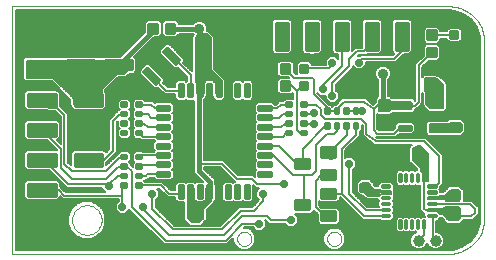
<source format=gtl>
G75*
G70*
%OFA0B0*%
%FSLAX24Y24*%
%IPPOS*%
%LPD*%
%AMOC8*
5,1,8,0,0,1.08239X$1,22.5*
%
%ADD10C,0.0000*%
%ADD11C,0.0120*%
%ADD12C,0.0118*%
%ADD13C,0.0120*%
%ADD14C,0.0394*%
%ADD15C,0.0120*%
%ADD16C,0.0119*%
%ADD17C,0.0121*%
%ADD18C,0.0121*%
%ADD19C,0.0150*%
%ADD20C,0.0060*%
%ADD21C,0.0278*%
%ADD22C,0.0357*%
%ADD23C,0.0160*%
D10*
X000624Y001876D02*
X000624Y010126D01*
X015191Y010126D01*
X015257Y010124D01*
X015323Y010119D01*
X015389Y010109D01*
X015454Y010096D01*
X015518Y010080D01*
X015581Y010060D01*
X015643Y010036D01*
X015703Y010009D01*
X015762Y009979D01*
X015819Y009945D01*
X015874Y009908D01*
X015927Y009868D01*
X015978Y009826D01*
X016026Y009780D01*
X016072Y009732D01*
X016114Y009681D01*
X016154Y009628D01*
X016191Y009573D01*
X016225Y009516D01*
X016255Y009457D01*
X016282Y009397D01*
X016306Y009335D01*
X016326Y009272D01*
X016342Y009208D01*
X016355Y009143D01*
X016365Y009077D01*
X016370Y009011D01*
X016372Y008945D01*
X016372Y003057D01*
X016370Y002991D01*
X016365Y002925D01*
X016355Y002859D01*
X016342Y002794D01*
X016326Y002730D01*
X016306Y002667D01*
X016282Y002605D01*
X016255Y002545D01*
X016225Y002486D01*
X016191Y002429D01*
X016154Y002374D01*
X016114Y002321D01*
X016072Y002270D01*
X016026Y002222D01*
X015978Y002176D01*
X015927Y002134D01*
X015874Y002094D01*
X015819Y002057D01*
X015762Y002023D01*
X015703Y001993D01*
X015643Y001966D01*
X015581Y001942D01*
X015518Y001922D01*
X015454Y001906D01*
X015389Y001893D01*
X015323Y001883D01*
X015257Y001878D01*
X015191Y001876D01*
X000624Y001876D01*
X002632Y003001D02*
X002634Y003045D01*
X002640Y003089D01*
X002650Y003132D01*
X002663Y003174D01*
X002681Y003214D01*
X002702Y003253D01*
X002726Y003290D01*
X002753Y003325D01*
X002784Y003357D01*
X002817Y003386D01*
X002853Y003412D01*
X002891Y003434D01*
X002931Y003453D01*
X002972Y003469D01*
X003015Y003481D01*
X003058Y003489D01*
X003102Y003493D01*
X003146Y003493D01*
X003190Y003489D01*
X003233Y003481D01*
X003276Y003469D01*
X003317Y003453D01*
X003357Y003434D01*
X003395Y003412D01*
X003431Y003386D01*
X003464Y003357D01*
X003495Y003325D01*
X003522Y003290D01*
X003546Y003253D01*
X003567Y003214D01*
X003585Y003174D01*
X003598Y003132D01*
X003608Y003089D01*
X003614Y003045D01*
X003616Y003001D01*
X003614Y002957D01*
X003608Y002913D01*
X003598Y002870D01*
X003585Y002828D01*
X003567Y002788D01*
X003546Y002749D01*
X003522Y002712D01*
X003495Y002677D01*
X003464Y002645D01*
X003431Y002616D01*
X003395Y002590D01*
X003357Y002568D01*
X003317Y002549D01*
X003276Y002533D01*
X003233Y002521D01*
X003190Y002513D01*
X003146Y002509D01*
X003102Y002509D01*
X003058Y002513D01*
X003015Y002521D01*
X002972Y002533D01*
X002931Y002549D01*
X002891Y002568D01*
X002853Y002590D01*
X002817Y002616D01*
X002784Y002645D01*
X002753Y002677D01*
X002726Y002712D01*
X002702Y002749D01*
X002681Y002788D01*
X002663Y002828D01*
X002650Y002870D01*
X002640Y002913D01*
X002634Y002957D01*
X002632Y003001D01*
X008138Y002376D02*
X008140Y002406D01*
X008146Y002436D01*
X008155Y002465D01*
X008168Y002492D01*
X008185Y002517D01*
X008204Y002540D01*
X008227Y002561D01*
X008252Y002578D01*
X008278Y002592D01*
X008307Y002602D01*
X008336Y002609D01*
X008366Y002612D01*
X008397Y002611D01*
X008427Y002606D01*
X008456Y002597D01*
X008483Y002585D01*
X008509Y002570D01*
X008533Y002551D01*
X008554Y002529D01*
X008572Y002505D01*
X008587Y002478D01*
X008598Y002450D01*
X008606Y002421D01*
X008610Y002391D01*
X008610Y002361D01*
X008606Y002331D01*
X008598Y002302D01*
X008587Y002274D01*
X008572Y002247D01*
X008554Y002223D01*
X008533Y002201D01*
X008509Y002182D01*
X008483Y002167D01*
X008456Y002155D01*
X008427Y002146D01*
X008397Y002141D01*
X008366Y002140D01*
X008336Y002143D01*
X008307Y002150D01*
X008278Y002160D01*
X008252Y002174D01*
X008227Y002191D01*
X008204Y002212D01*
X008185Y002235D01*
X008168Y002260D01*
X008155Y002287D01*
X008146Y002316D01*
X008140Y002346D01*
X008138Y002376D01*
X011138Y002376D02*
X011140Y002406D01*
X011146Y002436D01*
X011155Y002465D01*
X011168Y002492D01*
X011185Y002517D01*
X011204Y002540D01*
X011227Y002561D01*
X011252Y002578D01*
X011278Y002592D01*
X011307Y002602D01*
X011336Y002609D01*
X011366Y002612D01*
X011397Y002611D01*
X011427Y002606D01*
X011456Y002597D01*
X011483Y002585D01*
X011509Y002570D01*
X011533Y002551D01*
X011554Y002529D01*
X011572Y002505D01*
X011587Y002478D01*
X011598Y002450D01*
X011606Y002421D01*
X011610Y002391D01*
X011610Y002361D01*
X011606Y002331D01*
X011598Y002302D01*
X011587Y002274D01*
X011572Y002247D01*
X011554Y002223D01*
X011533Y002201D01*
X011509Y002182D01*
X011483Y002167D01*
X011456Y002155D01*
X011427Y002146D01*
X011397Y002141D01*
X011366Y002140D01*
X011336Y002143D01*
X011307Y002150D01*
X011278Y002160D01*
X011252Y002174D01*
X011227Y002191D01*
X011204Y002212D01*
X011185Y002235D01*
X011168Y002260D01*
X011155Y002287D01*
X011146Y002316D01*
X011140Y002346D01*
X011138Y002376D01*
D11*
X012471Y003984D02*
X012471Y004178D01*
X012471Y003984D02*
X012277Y003984D01*
X012277Y004178D01*
X012471Y004178D01*
X012471Y004103D02*
X012277Y004103D01*
X012471Y004575D02*
X012471Y004769D01*
X012471Y004575D02*
X012277Y004575D01*
X012277Y004769D01*
X012471Y004769D01*
X012471Y004694D02*
X012277Y004694D01*
X013481Y005223D02*
X013675Y005223D01*
X013675Y005029D01*
X013481Y005029D01*
X013481Y005223D01*
X013481Y005148D02*
X013675Y005148D01*
X014072Y005223D02*
X014266Y005223D01*
X014266Y005029D01*
X014072Y005029D01*
X014072Y005223D01*
X014072Y005148D02*
X014266Y005148D01*
X015471Y004519D02*
X015471Y004325D01*
X015277Y004325D01*
X015277Y004519D01*
X015471Y004519D01*
X015471Y004444D02*
X015277Y004444D01*
X015471Y003928D02*
X015471Y003734D01*
X015277Y003734D01*
X015277Y003928D01*
X015471Y003928D01*
X015471Y003853D02*
X015277Y003853D01*
X015277Y003269D02*
X015277Y003075D01*
X015277Y003269D02*
X015471Y003269D01*
X015471Y003075D01*
X015277Y003075D01*
X015277Y003194D02*
X015471Y003194D01*
X015277Y002678D02*
X015277Y002484D01*
X015277Y002678D02*
X015471Y002678D01*
X015471Y002484D01*
X015277Y002484D01*
X015277Y002603D02*
X015471Y002603D01*
X015533Y005984D02*
X015533Y006178D01*
X015533Y005984D02*
X015339Y005984D01*
X015339Y006178D01*
X015533Y006178D01*
X015533Y006103D02*
X015339Y006103D01*
X015533Y006575D02*
X015533Y006769D01*
X015533Y006575D02*
X015339Y006575D01*
X015339Y006769D01*
X015533Y006769D01*
X015533Y006694D02*
X015339Y006694D01*
X012902Y006762D02*
X012902Y006956D01*
X013096Y006956D01*
X013096Y006762D01*
X012902Y006762D01*
X012902Y006881D02*
X013096Y006881D01*
X012902Y006366D02*
X012902Y006172D01*
X012902Y006366D02*
X013096Y006366D01*
X013096Y006172D01*
X012902Y006172D01*
X012902Y006291D02*
X013096Y006291D01*
X010277Y007359D02*
X010277Y007553D01*
X010471Y007553D01*
X010471Y007359D01*
X010277Y007359D01*
X010277Y007478D02*
X010471Y007478D01*
X010277Y007950D02*
X010277Y008144D01*
X010471Y008144D01*
X010471Y007950D01*
X010277Y007950D01*
X010277Y008069D02*
X010471Y008069D01*
X009876Y008164D02*
X009876Y007910D01*
X009622Y007910D01*
X009622Y008164D01*
X009876Y008164D01*
X009876Y008029D02*
X009622Y008029D01*
X009622Y008148D02*
X009876Y008148D01*
X009876Y007593D02*
X009876Y007339D01*
X009622Y007339D01*
X009622Y007593D01*
X009876Y007593D01*
X009876Y007458D02*
X009622Y007458D01*
X009622Y007577D02*
X009876Y007577D01*
X007766Y008154D02*
X007572Y008154D01*
X007572Y008348D01*
X007766Y008348D01*
X007766Y008154D01*
X007766Y008273D02*
X007572Y008273D01*
X007175Y008154D02*
X006981Y008154D01*
X006981Y008348D01*
X007175Y008348D01*
X007175Y008154D01*
X007175Y008273D02*
X006981Y008273D01*
X006036Y009249D02*
X005782Y009249D01*
X005782Y009503D01*
X006036Y009503D01*
X006036Y009249D01*
X006036Y009368D02*
X005782Y009368D01*
X005782Y009487D02*
X006036Y009487D01*
X005465Y009249D02*
X005211Y009249D01*
X005211Y009503D01*
X005465Y009503D01*
X005465Y009249D01*
X005465Y009368D02*
X005211Y009368D01*
X005211Y009487D02*
X005465Y009487D01*
X006731Y003029D02*
X006925Y003029D01*
X006731Y003029D02*
X006731Y003223D01*
X006925Y003223D01*
X006925Y003029D01*
X006925Y003148D02*
X006731Y003148D01*
X007322Y003029D02*
X007516Y003029D01*
X007322Y003029D02*
X007322Y003223D01*
X007516Y003223D01*
X007516Y003029D01*
X007516Y003148D02*
X007322Y003148D01*
X014497Y008464D02*
X014497Y008718D01*
X014751Y008718D01*
X014751Y008464D01*
X014497Y008464D01*
X014497Y008583D02*
X014751Y008583D01*
X014751Y008702D02*
X014497Y008702D01*
X014497Y009035D02*
X014497Y009289D01*
X014751Y009289D01*
X014751Y009035D01*
X014497Y009035D01*
X014497Y009154D02*
X014751Y009154D01*
X014751Y009273D02*
X014497Y009273D01*
X015277Y009269D02*
X015471Y009269D01*
X015471Y009075D01*
X015277Y009075D01*
X015277Y009269D01*
X015277Y009194D02*
X015471Y009194D01*
X015471Y008678D02*
X015277Y008678D01*
X015471Y008678D02*
X015471Y008484D01*
X015277Y008484D01*
X015277Y008678D01*
X015277Y008603D02*
X015471Y008603D01*
D12*
X014718Y007688D02*
X014442Y007688D01*
X014718Y007688D02*
X014718Y007314D01*
X014442Y007314D01*
X014442Y007688D01*
X014442Y007431D02*
X014718Y007431D01*
X014718Y007548D02*
X014442Y007548D01*
X014442Y007665D02*
X014718Y007665D01*
X013931Y007688D02*
X013655Y007688D01*
X013931Y007688D02*
X013931Y007314D01*
X013655Y007314D01*
X013655Y007688D01*
X013655Y007431D02*
X013931Y007431D01*
X013931Y007548D02*
X013655Y007548D01*
X013655Y007665D02*
X013931Y007665D01*
X011398Y005388D02*
X011398Y005112D01*
X010966Y005112D01*
X010966Y005388D01*
X011398Y005388D01*
X011398Y005229D02*
X010966Y005229D01*
X010966Y005346D02*
X011398Y005346D01*
X011398Y004640D02*
X011398Y004364D01*
X010966Y004364D01*
X010966Y004640D01*
X011398Y004640D01*
X011398Y004481D02*
X010966Y004481D01*
X010966Y004598D02*
X011398Y004598D01*
X011398Y004013D02*
X011398Y003737D01*
X010966Y003737D01*
X010966Y004013D01*
X011398Y004013D01*
X011398Y003854D02*
X010966Y003854D01*
X010966Y003971D02*
X011398Y003971D01*
X011398Y003265D02*
X011398Y002989D01*
X010966Y002989D01*
X010966Y003265D01*
X011398Y003265D01*
X011398Y003106D02*
X010966Y003106D01*
X010966Y003223D02*
X011398Y003223D01*
X010532Y003363D02*
X010532Y003639D01*
X010532Y003363D02*
X010100Y003363D01*
X010100Y003639D01*
X010532Y003639D01*
X010532Y003480D02*
X010100Y003480D01*
X010100Y003597D02*
X010532Y003597D01*
X010532Y004738D02*
X010532Y005014D01*
X010532Y004738D02*
X010100Y004738D01*
X010100Y005014D01*
X010532Y005014D01*
X010532Y004855D02*
X010100Y004855D01*
X010100Y004972D02*
X010532Y004972D01*
X007905Y008752D02*
X007629Y008752D01*
X007629Y009126D01*
X007905Y009126D01*
X007905Y008752D01*
X007905Y008869D02*
X007629Y008869D01*
X007629Y008986D02*
X007905Y008986D01*
X007905Y009103D02*
X007629Y009103D01*
X007118Y008752D02*
X006842Y008752D01*
X006842Y009126D01*
X007118Y009126D01*
X007118Y008752D01*
X007118Y008869D02*
X006842Y008869D01*
X006842Y008986D02*
X007118Y008986D01*
X007118Y009103D02*
X006842Y009103D01*
X004619Y009204D02*
X004619Y009480D01*
X004619Y009204D02*
X003753Y009204D01*
X003753Y009480D01*
X004619Y009480D01*
X004619Y009321D02*
X003753Y009321D01*
X003753Y009438D02*
X004619Y009438D01*
X004619Y008299D02*
X004619Y008023D01*
X003753Y008023D01*
X003753Y008299D01*
X004619Y008299D01*
X004619Y008140D02*
X003753Y008140D01*
X003753Y008257D02*
X004619Y008257D01*
X003369Y008299D02*
X003369Y008023D01*
X002503Y008023D01*
X002503Y008299D01*
X003369Y008299D01*
X003369Y008140D02*
X002503Y008140D01*
X002503Y008257D02*
X003369Y008257D01*
X003369Y009204D02*
X003369Y009480D01*
X003369Y009204D02*
X002503Y009204D01*
X002503Y009480D01*
X003369Y009480D01*
X003369Y009321D02*
X002503Y009321D01*
X002503Y009438D02*
X003369Y009438D01*
D13*
X004310Y006887D02*
X004310Y006811D01*
X004310Y006887D02*
X004446Y006887D01*
X004446Y006811D01*
X004310Y006811D01*
X004310Y006572D02*
X004310Y006496D01*
X004310Y006572D02*
X004446Y006572D01*
X004446Y006496D01*
X004310Y006496D01*
X004310Y006257D02*
X004310Y006181D01*
X004310Y006257D02*
X004446Y006257D01*
X004446Y006181D01*
X004310Y006181D01*
X004310Y005942D02*
X004310Y005866D01*
X004310Y005942D02*
X004446Y005942D01*
X004446Y005866D01*
X004310Y005866D01*
X004802Y005866D02*
X004802Y005942D01*
X004938Y005942D01*
X004938Y005866D01*
X004802Y005866D01*
X004802Y006181D02*
X004802Y006257D01*
X004938Y006257D01*
X004938Y006181D01*
X004802Y006181D01*
X004802Y006496D02*
X004802Y006572D01*
X004938Y006572D01*
X004938Y006496D01*
X004802Y006496D01*
X004802Y006811D02*
X004802Y006887D01*
X004938Y006887D01*
X004938Y006811D01*
X004802Y006811D01*
X004938Y005137D02*
X004938Y005061D01*
X004802Y005061D01*
X004802Y005137D01*
X004938Y005137D01*
X004938Y004822D02*
X004938Y004746D01*
X004802Y004746D01*
X004802Y004822D01*
X004938Y004822D01*
X004938Y004507D02*
X004938Y004431D01*
X004802Y004431D01*
X004802Y004507D01*
X004938Y004507D01*
X004938Y004192D02*
X004938Y004116D01*
X004802Y004116D01*
X004802Y004192D01*
X004938Y004192D01*
X004446Y004192D02*
X004446Y004116D01*
X004310Y004116D01*
X004310Y004192D01*
X004446Y004192D01*
X004446Y004431D02*
X004446Y004507D01*
X004446Y004431D02*
X004310Y004431D01*
X004310Y004507D01*
X004446Y004507D01*
X004446Y004746D02*
X004446Y004822D01*
X004446Y004746D02*
X004310Y004746D01*
X004310Y004822D01*
X004446Y004822D01*
X004446Y005061D02*
X004446Y005137D01*
X004446Y005061D02*
X004310Y005061D01*
X004310Y005137D01*
X004446Y005137D01*
X009810Y005866D02*
X009810Y005942D01*
X009946Y005942D01*
X009946Y005866D01*
X009810Y005866D01*
X009810Y006181D02*
X009810Y006257D01*
X009946Y006257D01*
X009946Y006181D01*
X009810Y006181D01*
X009810Y006496D02*
X009810Y006572D01*
X009946Y006572D01*
X009946Y006496D01*
X009810Y006496D01*
X009810Y006811D02*
X009810Y006887D01*
X009946Y006887D01*
X009946Y006811D01*
X009810Y006811D01*
X010302Y006811D02*
X010302Y006887D01*
X010438Y006887D01*
X010438Y006811D01*
X010302Y006811D01*
X010302Y006572D02*
X010302Y006496D01*
X010302Y006572D02*
X010438Y006572D01*
X010438Y006496D01*
X010302Y006496D01*
X010302Y006257D02*
X010302Y006181D01*
X010302Y006257D02*
X010438Y006257D01*
X010438Y006181D01*
X010302Y006181D01*
X010302Y005942D02*
X010302Y005866D01*
X010302Y005942D02*
X010438Y005942D01*
X010438Y005866D01*
X010302Y005866D01*
X011113Y006062D02*
X011189Y006062D01*
X011113Y006062D02*
X011113Y006198D01*
X011189Y006198D01*
X011189Y006062D01*
X011189Y006181D02*
X011113Y006181D01*
X011428Y006062D02*
X011504Y006062D01*
X011428Y006062D02*
X011428Y006198D01*
X011504Y006198D01*
X011504Y006062D01*
X011504Y006181D02*
X011428Y006181D01*
X011743Y006062D02*
X011819Y006062D01*
X011743Y006062D02*
X011743Y006198D01*
X011819Y006198D01*
X011819Y006062D01*
X011819Y006181D02*
X011743Y006181D01*
X012058Y006062D02*
X012134Y006062D01*
X012058Y006062D02*
X012058Y006198D01*
X012134Y006198D01*
X012134Y006062D01*
X012134Y006181D02*
X012058Y006181D01*
X012058Y006554D02*
X012134Y006554D01*
X012058Y006554D02*
X012058Y006690D01*
X012134Y006690D01*
X012134Y006554D01*
X012134Y006673D02*
X012058Y006673D01*
X011819Y006554D02*
X011743Y006554D01*
X011743Y006690D01*
X011819Y006690D01*
X011819Y006554D01*
X011819Y006673D02*
X011743Y006673D01*
X011504Y006554D02*
X011428Y006554D01*
X011428Y006690D01*
X011504Y006690D01*
X011504Y006554D01*
X011504Y006673D02*
X011428Y006673D01*
X011189Y006554D02*
X011113Y006554D01*
X011113Y006690D01*
X011189Y006690D01*
X011189Y006554D01*
X011189Y006673D02*
X011113Y006673D01*
D14*
X014186Y002314D03*
X014749Y002314D03*
D15*
X014371Y002742D02*
X014371Y002956D01*
X014371Y002742D02*
X014361Y002742D01*
X014361Y002956D01*
X014371Y002956D01*
X014371Y002861D02*
X014361Y002861D01*
X014174Y002956D02*
X014174Y002742D01*
X014164Y002742D01*
X014164Y002956D01*
X014174Y002956D01*
X014174Y002861D02*
X014164Y002861D01*
X013977Y002956D02*
X013977Y002742D01*
X013967Y002742D01*
X013967Y002956D01*
X013977Y002956D01*
X013977Y002861D02*
X013967Y002861D01*
X013780Y002956D02*
X013780Y002742D01*
X013770Y002742D01*
X013770Y002956D01*
X013780Y002956D01*
X013780Y002861D02*
X013770Y002861D01*
X013583Y002956D02*
X013583Y002742D01*
X013573Y002742D01*
X013573Y002956D01*
X013583Y002956D01*
X013583Y002861D02*
X013573Y002861D01*
X013387Y002956D02*
X013387Y002742D01*
X013377Y002742D01*
X013377Y002956D01*
X013387Y002956D01*
X013387Y002861D02*
X013377Y002861D01*
X013203Y003129D02*
X012989Y003129D01*
X012989Y003139D01*
X013203Y003139D01*
X013203Y003129D01*
X013203Y003326D02*
X012989Y003326D01*
X012989Y003336D01*
X013203Y003336D01*
X013203Y003326D01*
X013203Y003523D02*
X012989Y003523D01*
X012989Y003533D01*
X013203Y003533D01*
X013203Y003523D01*
X013203Y003720D02*
X012989Y003720D01*
X012989Y003730D01*
X013203Y003730D01*
X013203Y003720D01*
X013203Y003917D02*
X012989Y003917D01*
X012989Y003927D01*
X013203Y003927D01*
X013203Y003917D01*
X013203Y004113D02*
X012989Y004113D01*
X012989Y004123D01*
X013203Y004123D01*
X013203Y004113D01*
X013377Y004297D02*
X013377Y004511D01*
X013387Y004511D01*
X013387Y004297D01*
X013377Y004297D01*
X013387Y004416D02*
X013377Y004416D01*
X013573Y004511D02*
X013573Y004297D01*
X013573Y004511D02*
X013583Y004511D01*
X013583Y004297D01*
X013573Y004297D01*
X013583Y004416D02*
X013573Y004416D01*
X013770Y004511D02*
X013770Y004297D01*
X013770Y004511D02*
X013780Y004511D01*
X013780Y004297D01*
X013770Y004297D01*
X013780Y004416D02*
X013770Y004416D01*
X013967Y004511D02*
X013967Y004297D01*
X013967Y004511D02*
X013977Y004511D01*
X013977Y004297D01*
X013967Y004297D01*
X013977Y004416D02*
X013967Y004416D01*
X014164Y004511D02*
X014164Y004297D01*
X014164Y004511D02*
X014174Y004511D01*
X014174Y004297D01*
X014164Y004297D01*
X014174Y004416D02*
X014164Y004416D01*
X014361Y004511D02*
X014361Y004297D01*
X014361Y004511D02*
X014371Y004511D01*
X014371Y004297D01*
X014361Y004297D01*
X014371Y004416D02*
X014361Y004416D01*
X014544Y004123D02*
X014758Y004123D01*
X014758Y004113D01*
X014544Y004113D01*
X014544Y004123D01*
X014544Y003927D02*
X014758Y003927D01*
X014758Y003917D01*
X014544Y003917D01*
X014544Y003927D01*
X014544Y003730D02*
X014758Y003730D01*
X014758Y003720D01*
X014544Y003720D01*
X014544Y003730D01*
X014544Y003533D02*
X014758Y003533D01*
X014758Y003523D01*
X014544Y003523D01*
X014544Y003533D01*
X014544Y003336D02*
X014758Y003336D01*
X014758Y003326D01*
X014544Y003326D01*
X014544Y003336D01*
X014544Y003139D02*
X014758Y003139D01*
X014758Y003129D01*
X014544Y003129D01*
X014544Y003139D01*
D16*
X014584Y006016D02*
X014584Y006114D01*
X014938Y006114D01*
X014938Y006016D01*
X014584Y006016D01*
X013560Y006016D02*
X013560Y006114D01*
X013914Y006114D01*
X013914Y006016D01*
X013560Y006016D01*
X013560Y006390D02*
X013560Y006488D01*
X013914Y006488D01*
X013914Y006390D01*
X013560Y006390D01*
X013560Y006764D02*
X013560Y006862D01*
X013914Y006862D01*
X013914Y006764D01*
X013560Y006764D01*
X014584Y006764D02*
X014584Y006862D01*
X014938Y006862D01*
X014938Y006764D01*
X014584Y006764D01*
D17*
X008874Y006679D02*
X008874Y006779D01*
X009254Y006779D01*
X009254Y006679D01*
X008874Y006679D01*
X008874Y006464D02*
X008874Y006364D01*
X008874Y006464D02*
X009254Y006464D01*
X009254Y006364D01*
X008874Y006364D01*
X008874Y006149D02*
X008874Y006049D01*
X008874Y006149D02*
X009254Y006149D01*
X009254Y006049D01*
X008874Y006049D01*
X008874Y005834D02*
X008874Y005734D01*
X008874Y005834D02*
X009254Y005834D01*
X009254Y005734D01*
X008874Y005734D01*
X008874Y005519D02*
X008874Y005419D01*
X008874Y005519D02*
X009254Y005519D01*
X009254Y005419D01*
X008874Y005419D01*
X008874Y005204D02*
X008874Y005104D01*
X008874Y005204D02*
X009254Y005204D01*
X009254Y005104D01*
X008874Y005104D01*
X008874Y004889D02*
X008874Y004789D01*
X008874Y004889D02*
X009254Y004889D01*
X009254Y004789D01*
X008874Y004789D01*
X008874Y004574D02*
X008874Y004474D01*
X008874Y004574D02*
X009254Y004574D01*
X009254Y004474D01*
X008874Y004474D01*
X008426Y004126D02*
X008426Y003746D01*
X008426Y004126D02*
X008526Y004126D01*
X008526Y003746D01*
X008426Y003746D01*
X008426Y003866D02*
X008526Y003866D01*
X008526Y003986D02*
X008426Y003986D01*
X008426Y004106D02*
X008526Y004106D01*
X008111Y004126D02*
X008111Y003746D01*
X008111Y004126D02*
X008211Y004126D01*
X008211Y003746D01*
X008111Y003746D01*
X008111Y003866D02*
X008211Y003866D01*
X008211Y003986D02*
X008111Y003986D01*
X008111Y004106D02*
X008211Y004106D01*
X007796Y004126D02*
X007796Y003746D01*
X007796Y004126D02*
X007896Y004126D01*
X007896Y003746D01*
X007796Y003746D01*
X007796Y003866D02*
X007896Y003866D01*
X007896Y003986D02*
X007796Y003986D01*
X007796Y004106D02*
X007896Y004106D01*
X007481Y004126D02*
X007481Y003746D01*
X007481Y004126D02*
X007581Y004126D01*
X007581Y003746D01*
X007481Y003746D01*
X007481Y003866D02*
X007581Y003866D01*
X007581Y003986D02*
X007481Y003986D01*
X007481Y004106D02*
X007581Y004106D01*
X007166Y004126D02*
X007166Y003746D01*
X007166Y004126D02*
X007266Y004126D01*
X007266Y003746D01*
X007166Y003746D01*
X007166Y003866D02*
X007266Y003866D01*
X007266Y003986D02*
X007166Y003986D01*
X007166Y004106D02*
X007266Y004106D01*
X006851Y004126D02*
X006851Y003746D01*
X006851Y004126D02*
X006951Y004126D01*
X006951Y003746D01*
X006851Y003746D01*
X006851Y003866D02*
X006951Y003866D01*
X006951Y003986D02*
X006851Y003986D01*
X006851Y004106D02*
X006951Y004106D01*
X006536Y004126D02*
X006536Y003746D01*
X006536Y004126D02*
X006636Y004126D01*
X006636Y003746D01*
X006536Y003746D01*
X006536Y003866D02*
X006636Y003866D01*
X006636Y003986D02*
X006536Y003986D01*
X006536Y004106D02*
X006636Y004106D01*
X006221Y004126D02*
X006221Y003746D01*
X006221Y004126D02*
X006321Y004126D01*
X006321Y003746D01*
X006221Y003746D01*
X006221Y003866D02*
X006321Y003866D01*
X006321Y003986D02*
X006221Y003986D01*
X006221Y004106D02*
X006321Y004106D01*
X005494Y004474D02*
X005494Y004574D01*
X005874Y004574D01*
X005874Y004474D01*
X005494Y004474D01*
X005494Y004789D02*
X005494Y004889D01*
X005874Y004889D01*
X005874Y004789D01*
X005494Y004789D01*
X005494Y005104D02*
X005494Y005204D01*
X005874Y005204D01*
X005874Y005104D01*
X005494Y005104D01*
X005494Y005419D02*
X005494Y005519D01*
X005874Y005519D01*
X005874Y005419D01*
X005494Y005419D01*
X005494Y005734D02*
X005494Y005834D01*
X005874Y005834D01*
X005874Y005734D01*
X005494Y005734D01*
X005494Y006049D02*
X005494Y006149D01*
X005874Y006149D01*
X005874Y006049D01*
X005494Y006049D01*
X005494Y006364D02*
X005494Y006464D01*
X005874Y006464D01*
X005874Y006364D01*
X005494Y006364D01*
X005494Y006679D02*
X005494Y006779D01*
X005874Y006779D01*
X005874Y006679D01*
X005494Y006679D01*
X006221Y007126D02*
X006221Y007506D01*
X006321Y007506D01*
X006321Y007126D01*
X006221Y007126D01*
X006221Y007246D02*
X006321Y007246D01*
X006321Y007366D02*
X006221Y007366D01*
X006221Y007486D02*
X006321Y007486D01*
X006536Y007506D02*
X006536Y007126D01*
X006536Y007506D02*
X006636Y007506D01*
X006636Y007126D01*
X006536Y007126D01*
X006536Y007246D02*
X006636Y007246D01*
X006636Y007366D02*
X006536Y007366D01*
X006536Y007486D02*
X006636Y007486D01*
X006851Y007506D02*
X006851Y007126D01*
X006851Y007506D02*
X006951Y007506D01*
X006951Y007126D01*
X006851Y007126D01*
X006851Y007246D02*
X006951Y007246D01*
X006951Y007366D02*
X006851Y007366D01*
X006851Y007486D02*
X006951Y007486D01*
X007166Y007506D02*
X007166Y007126D01*
X007166Y007506D02*
X007266Y007506D01*
X007266Y007126D01*
X007166Y007126D01*
X007166Y007246D02*
X007266Y007246D01*
X007266Y007366D02*
X007166Y007366D01*
X007166Y007486D02*
X007266Y007486D01*
X007481Y007506D02*
X007481Y007126D01*
X007481Y007506D02*
X007581Y007506D01*
X007581Y007126D01*
X007481Y007126D01*
X007481Y007246D02*
X007581Y007246D01*
X007581Y007366D02*
X007481Y007366D01*
X007481Y007486D02*
X007581Y007486D01*
X007796Y007506D02*
X007796Y007126D01*
X007796Y007506D02*
X007896Y007506D01*
X007896Y007126D01*
X007796Y007126D01*
X007796Y007246D02*
X007896Y007246D01*
X007896Y007366D02*
X007796Y007366D01*
X007796Y007486D02*
X007896Y007486D01*
X008111Y007506D02*
X008111Y007126D01*
X008111Y007506D02*
X008211Y007506D01*
X008211Y007126D01*
X008111Y007126D01*
X008111Y007246D02*
X008211Y007246D01*
X008211Y007366D02*
X008111Y007366D01*
X008111Y007486D02*
X008211Y007486D01*
X008426Y007506D02*
X008426Y007126D01*
X008426Y007506D02*
X008526Y007506D01*
X008526Y007126D01*
X008426Y007126D01*
X008426Y007246D02*
X008526Y007246D01*
X008526Y007366D02*
X008426Y007366D01*
X008426Y007486D02*
X008526Y007486D01*
D18*
X005820Y008708D02*
X005710Y008598D01*
X005820Y008708D02*
X006206Y008322D01*
X006096Y008212D01*
X005710Y008598D01*
X005976Y008332D02*
X006196Y008332D01*
X006076Y008452D02*
X005856Y008452D01*
X005956Y008572D02*
X005736Y008572D01*
X005804Y008692D02*
X005836Y008692D01*
X005486Y008374D02*
X005376Y008264D01*
X005486Y008374D02*
X005872Y007988D01*
X005762Y007878D01*
X005376Y008264D01*
X005642Y007998D02*
X005862Y007998D01*
X005742Y008118D02*
X005522Y008118D01*
X005622Y008238D02*
X005402Y008238D01*
X005470Y008358D02*
X005502Y008358D01*
X005152Y008040D02*
X005042Y007930D01*
X005152Y008040D02*
X005538Y007654D01*
X005428Y007544D01*
X005042Y007930D01*
X005308Y007664D02*
X005528Y007664D01*
X005408Y007784D02*
X005188Y007784D01*
X005288Y007904D02*
X005068Y007904D01*
X005136Y008024D02*
X005168Y008024D01*
D19*
X003611Y007176D02*
X003611Y006826D01*
X002761Y006826D01*
X002761Y007176D01*
X003611Y007176D01*
X003611Y006975D02*
X002761Y006975D01*
X002761Y007124D02*
X003611Y007124D01*
X003611Y006114D02*
X003611Y005764D01*
X002761Y005764D01*
X002761Y006114D01*
X003611Y006114D01*
X003611Y005913D02*
X002761Y005913D01*
X002761Y006062D02*
X003611Y006062D01*
X003611Y005176D02*
X003611Y004826D01*
X002761Y004826D01*
X002761Y005176D01*
X003611Y005176D01*
X003611Y004975D02*
X002761Y004975D01*
X002761Y005124D02*
X003611Y005124D01*
X002049Y005176D02*
X002049Y004826D01*
X001199Y004826D01*
X001199Y005176D01*
X002049Y005176D01*
X002049Y004975D02*
X001199Y004975D01*
X001199Y005124D02*
X002049Y005124D01*
X002049Y005826D02*
X002049Y006176D01*
X002049Y005826D02*
X001199Y005826D01*
X001199Y006176D01*
X002049Y006176D01*
X002049Y005975D02*
X001199Y005975D01*
X001199Y006124D02*
X002049Y006124D01*
X002049Y006826D02*
X002049Y007176D01*
X002049Y006826D02*
X001199Y006826D01*
X001199Y007176D01*
X002049Y007176D01*
X002049Y006975D02*
X001199Y006975D01*
X001199Y007124D02*
X002049Y007124D01*
X002049Y007826D02*
X002049Y008176D01*
X002049Y007826D02*
X001199Y007826D01*
X001199Y008176D01*
X002049Y008176D01*
X002049Y007975D02*
X001199Y007975D01*
X001199Y008124D02*
X002049Y008124D01*
X002049Y004176D02*
X002049Y003826D01*
X001199Y003826D01*
X001199Y004176D01*
X002049Y004176D01*
X002049Y003975D02*
X001199Y003975D01*
X001199Y004124D02*
X002049Y004124D01*
X008799Y008701D02*
X008799Y009551D01*
X008799Y008701D02*
X008449Y008701D01*
X008449Y009551D01*
X008799Y009551D01*
X008799Y008850D02*
X008449Y008850D01*
X008449Y008999D02*
X008799Y008999D01*
X008799Y009148D02*
X008449Y009148D01*
X008449Y009297D02*
X008799Y009297D01*
X008799Y009446D02*
X008449Y009446D01*
X009799Y009551D02*
X009799Y008701D01*
X009449Y008701D01*
X009449Y009551D01*
X009799Y009551D01*
X009799Y008850D02*
X009449Y008850D01*
X009449Y008999D02*
X009799Y008999D01*
X009799Y009148D02*
X009449Y009148D01*
X009449Y009297D02*
X009799Y009297D01*
X009799Y009446D02*
X009449Y009446D01*
X010799Y009551D02*
X010799Y008701D01*
X010449Y008701D01*
X010449Y009551D01*
X010799Y009551D01*
X010799Y008850D02*
X010449Y008850D01*
X010449Y008999D02*
X010799Y008999D01*
X010799Y009148D02*
X010449Y009148D01*
X010449Y009297D02*
X010799Y009297D01*
X010799Y009446D02*
X010449Y009446D01*
X011799Y009551D02*
X011799Y008701D01*
X011449Y008701D01*
X011449Y009551D01*
X011799Y009551D01*
X011799Y008850D02*
X011449Y008850D01*
X011449Y008999D02*
X011799Y008999D01*
X011799Y009148D02*
X011449Y009148D01*
X011449Y009297D02*
X011799Y009297D01*
X011799Y009446D02*
X011449Y009446D01*
X012799Y009551D02*
X012799Y008701D01*
X012449Y008701D01*
X012449Y009551D01*
X012799Y009551D01*
X012799Y008850D02*
X012449Y008850D01*
X012449Y008999D02*
X012799Y008999D01*
X012799Y009148D02*
X012449Y009148D01*
X012449Y009297D02*
X012799Y009297D01*
X012799Y009446D02*
X012449Y009446D01*
X013799Y009551D02*
X013799Y008701D01*
X013449Y008701D01*
X013449Y009551D01*
X013799Y009551D01*
X013799Y008850D02*
X013449Y008850D01*
X013449Y008999D02*
X013799Y008999D01*
X013799Y009148D02*
X013449Y009148D01*
X013449Y009297D02*
X013799Y009297D01*
X013799Y009446D02*
X013449Y009446D01*
D20*
X013284Y009423D02*
X012964Y009423D01*
X012964Y009481D02*
X013284Y009481D01*
X013284Y009540D02*
X012964Y009540D01*
X012964Y009598D02*
X013284Y009598D01*
X013284Y009620D02*
X013284Y008633D01*
X013372Y008545D01*
X013324Y008496D01*
X012262Y008496D01*
X012246Y008480D01*
X012148Y008480D01*
X012173Y008506D01*
X012423Y008506D01*
X012453Y008536D01*
X012867Y008536D01*
X012964Y008633D01*
X012964Y009620D01*
X012867Y009716D01*
X012380Y009716D01*
X012284Y009620D01*
X012284Y008746D01*
X012074Y008746D01*
X012004Y008676D01*
X011964Y008636D01*
X011964Y009620D01*
X011867Y009716D01*
X011380Y009716D01*
X011284Y009620D01*
X011284Y008633D01*
X011380Y008536D01*
X011504Y008536D01*
X011504Y008383D01*
X011406Y008480D01*
X011216Y008480D01*
X011082Y008346D01*
X011082Y008184D01*
X010621Y008184D01*
X010621Y008206D01*
X010533Y008294D01*
X010214Y008294D01*
X010126Y008206D01*
X010126Y007887D01*
X010142Y007871D01*
X010084Y007871D01*
X010026Y007929D01*
X010026Y008226D01*
X009938Y008314D01*
X009560Y008314D01*
X009472Y008226D01*
X009472Y007848D01*
X009560Y007760D01*
X009856Y007760D01*
X009873Y007743D01*
X009560Y007743D01*
X009472Y007655D01*
X009472Y007277D01*
X009560Y007189D01*
X009938Y007189D01*
X009995Y007246D01*
X010004Y007237D01*
X010004Y007037D01*
X009748Y007037D01*
X009679Y006969D01*
X009546Y006969D01*
X009426Y006849D01*
X009396Y006849D01*
X009316Y006929D01*
X008812Y006929D01*
X008724Y006841D01*
X008724Y006617D01*
X008769Y006571D01*
X008724Y006526D01*
X008724Y006302D01*
X008769Y006256D01*
X008724Y006211D01*
X008724Y005987D01*
X008769Y005941D01*
X008724Y005896D01*
X008724Y005672D01*
X008769Y005626D01*
X008724Y005581D01*
X008724Y005357D01*
X008769Y005311D01*
X008724Y005266D01*
X008724Y005042D01*
X008769Y004996D01*
X008724Y004951D01*
X008724Y004727D01*
X008769Y004681D01*
X008724Y004636D01*
X008724Y004446D01*
X008673Y004496D01*
X008173Y004496D01*
X007744Y004926D01*
X007673Y004996D01*
X007044Y004996D01*
X007044Y007007D01*
X007101Y007065D01*
X007101Y007131D01*
X007331Y007131D01*
X007331Y007065D01*
X007419Y006976D01*
X007643Y006976D01*
X007731Y007065D01*
X007731Y007189D01*
X007744Y007202D01*
X007744Y007676D01*
X007673Y007746D01*
X007369Y008051D01*
X007369Y009114D01*
X007298Y009184D01*
X007173Y009309D01*
X007136Y009309D01*
X007142Y009323D01*
X007142Y009430D01*
X007101Y009528D01*
X007026Y009604D01*
X006927Y009645D01*
X006820Y009645D01*
X006722Y009604D01*
X006664Y009546D01*
X006186Y009546D01*
X006186Y009566D01*
X006098Y009653D01*
X005720Y009653D01*
X005632Y009566D01*
X005632Y009187D01*
X005720Y009099D01*
X006098Y009099D01*
X006186Y009187D01*
X006186Y009206D01*
X006664Y009206D01*
X006693Y009178D01*
X006629Y009114D01*
X006629Y007959D01*
X006343Y008245D01*
X006357Y008259D01*
X006357Y008384D01*
X005881Y008859D01*
X005756Y008859D01*
X005559Y008662D01*
X005559Y008537D01*
X006035Y008061D01*
X006159Y008061D01*
X006173Y008075D01*
X006466Y007782D01*
X006466Y007648D01*
X006429Y007611D01*
X006383Y007656D01*
X006160Y007656D01*
X006071Y007568D01*
X006071Y007436D01*
X005815Y007436D01*
X005675Y007577D01*
X005689Y007591D01*
X005689Y007715D01*
X005213Y008191D01*
X005088Y008191D01*
X004891Y007994D01*
X004891Y007869D01*
X005366Y007393D01*
X005491Y007393D01*
X005505Y007407D01*
X005716Y007196D01*
X006071Y007196D01*
X006071Y007065D01*
X006160Y006976D01*
X006383Y006976D01*
X006429Y007022D01*
X006475Y006976D01*
X006698Y006976D01*
X006704Y006982D01*
X006704Y004556D01*
X006803Y004456D01*
X006983Y004276D01*
X006789Y004276D01*
X006744Y004231D01*
X006698Y004276D01*
X006475Y004276D01*
X006429Y004231D01*
X006383Y004276D01*
X006160Y004276D01*
X006071Y004188D01*
X006071Y003996D01*
X005923Y003996D01*
X005646Y004274D01*
X005068Y004274D01*
X005031Y004311D01*
X005068Y004349D01*
X005141Y004349D01*
X005196Y004404D01*
X005352Y004404D01*
X005432Y004324D01*
X005936Y004324D01*
X006024Y004412D01*
X006024Y004636D01*
X005978Y004681D01*
X006024Y004727D01*
X006024Y004951D01*
X005978Y004996D01*
X006024Y005042D01*
X006024Y005266D01*
X005978Y005311D01*
X006024Y005357D01*
X006024Y005581D01*
X005978Y005626D01*
X006024Y005672D01*
X006024Y005896D01*
X005978Y005941D01*
X006024Y005987D01*
X006024Y006211D01*
X005978Y006256D01*
X006024Y006302D01*
X006024Y006526D01*
X005978Y006571D01*
X006024Y006617D01*
X006024Y006841D01*
X005936Y006929D01*
X005432Y006929D01*
X005399Y006896D01*
X005396Y006899D01*
X005326Y006969D01*
X005068Y006969D01*
X005000Y007037D01*
X004740Y007037D01*
X004652Y006949D01*
X004652Y006748D01*
X004709Y006691D01*
X004652Y006634D01*
X004652Y006433D01*
X004709Y006376D01*
X004652Y006319D01*
X004652Y006118D01*
X004709Y006061D01*
X004652Y006004D01*
X004652Y005803D01*
X004740Y005715D01*
X004889Y005715D01*
X004940Y005664D01*
X005352Y005664D01*
X005389Y005626D01*
X005344Y005581D01*
X005344Y005357D01*
X005389Y005311D01*
X005352Y005274D01*
X005013Y005274D01*
X005000Y005287D01*
X004740Y005287D01*
X004652Y005199D01*
X004652Y004998D01*
X004709Y004941D01*
X004652Y004884D01*
X004652Y004768D01*
X004596Y004824D01*
X004596Y004884D01*
X004539Y004941D01*
X004596Y004998D01*
X004596Y005199D01*
X004508Y005287D01*
X004248Y005287D01*
X004179Y005219D01*
X004171Y005219D01*
X003776Y004824D01*
X003776Y004922D01*
X003806Y004952D01*
X004119Y005264D01*
X004119Y006264D01*
X004160Y006264D01*
X004160Y006305D02*
X004160Y006118D01*
X004217Y006061D01*
X004160Y006004D01*
X004160Y005803D01*
X004248Y005715D01*
X004508Y005715D01*
X004596Y005803D01*
X004596Y006004D01*
X004539Y006061D01*
X004596Y006118D01*
X004596Y006319D01*
X004539Y006376D01*
X004596Y006433D01*
X004596Y006634D01*
X004539Y006691D01*
X004596Y006748D01*
X004596Y006949D01*
X004508Y007037D01*
X004248Y007037D01*
X004160Y006949D01*
X004160Y006748D01*
X004217Y006691D01*
X004179Y006654D01*
X004169Y006654D01*
X003949Y006434D01*
X003879Y006364D01*
X003879Y005364D01*
X003768Y005253D01*
X003680Y005341D01*
X002693Y005341D01*
X002596Y005245D01*
X002596Y004824D01*
X002494Y004926D01*
X002494Y006551D01*
X002244Y006801D01*
X002214Y006831D01*
X002214Y007245D01*
X002117Y007341D01*
X001130Y007341D01*
X001034Y007245D01*
X001034Y006758D01*
X001130Y006661D01*
X001794Y006661D01*
X001824Y006631D01*
X002074Y006631D01*
X002254Y006452D01*
X002254Y005541D01*
X002125Y005670D01*
X002214Y005758D01*
X002214Y006245D01*
X002117Y006341D01*
X001130Y006341D01*
X001034Y006245D01*
X001034Y005758D01*
X001130Y005661D01*
X001794Y005661D01*
X002114Y005341D01*
X001130Y005341D01*
X001034Y005245D01*
X001034Y004758D01*
X001130Y004661D01*
X001857Y004661D01*
X002449Y004069D01*
X003645Y004069D01*
X003645Y004031D01*
X003742Y003934D01*
X002423Y003934D01*
X002306Y004051D01*
X002236Y004121D01*
X002214Y004121D01*
X002214Y004245D01*
X002117Y004341D01*
X001130Y004341D01*
X001034Y004245D01*
X001034Y003758D01*
X001130Y003661D01*
X002117Y003661D01*
X002214Y003758D01*
X002214Y003804D01*
X002254Y003764D01*
X002324Y003694D01*
X004191Y003694D01*
X004191Y003643D01*
X004082Y003534D01*
X004082Y003344D01*
X004216Y003210D01*
X004406Y003210D01*
X004540Y003344D01*
X004540Y003353D01*
X004574Y003319D01*
X004574Y003319D01*
X005699Y002194D01*
X007798Y002194D01*
X008008Y002403D01*
X008008Y002304D01*
X008063Y002169D01*
X008166Y002066D01*
X008301Y002010D01*
X008447Y002010D01*
X008581Y002066D01*
X008684Y002169D01*
X011063Y002169D01*
X011166Y002066D01*
X011301Y002010D01*
X011447Y002010D01*
X011581Y002066D01*
X011684Y002169D01*
X013936Y002169D01*
X013943Y002151D02*
X014024Y002071D01*
X014129Y002027D01*
X014243Y002027D01*
X014349Y002071D01*
X014429Y002151D01*
X014468Y002243D01*
X014506Y002151D01*
X014586Y002071D01*
X014692Y002027D01*
X014806Y002027D01*
X014911Y002071D01*
X014992Y002151D01*
X015036Y002257D01*
X015036Y002371D01*
X014992Y002476D01*
X014911Y002557D01*
X014806Y002601D01*
X014771Y002601D01*
X014771Y002979D01*
X014821Y002979D01*
X014909Y003067D01*
X014909Y003069D01*
X014949Y003069D01*
X015137Y002881D01*
X015548Y002881D01*
X015619Y002952D01*
X015673Y003006D01*
X015986Y003006D01*
X016056Y003077D01*
X016181Y003202D01*
X016181Y003426D01*
X016111Y003496D01*
X015959Y003648D01*
X015681Y003648D01*
X015681Y003989D01*
X015619Y004051D01*
X015548Y004121D01*
X015199Y004121D01*
X015012Y003934D01*
X014909Y003934D01*
X014909Y003989D01*
X014877Y004020D01*
X014909Y004051D01*
X014909Y004117D01*
X014923Y004131D01*
X014994Y004202D01*
X014994Y005176D01*
X014494Y005676D01*
X014423Y005746D01*
X012791Y005746D01*
X012778Y005756D01*
X013423Y005756D01*
X013494Y005827D01*
X013534Y005867D01*
X013976Y005867D01*
X014063Y005954D01*
X014063Y006176D01*
X013976Y006263D01*
X013498Y006263D01*
X013411Y006176D01*
X013411Y006083D01*
X013324Y005996D01*
X012861Y005996D01*
X012806Y006051D01*
X012806Y006524D01*
X012824Y006506D01*
X013236Y006506D01*
X013298Y006569D01*
X013986Y006569D01*
X014056Y006639D01*
X014056Y006693D01*
X014110Y006693D01*
X014236Y006819D01*
X014306Y006889D01*
X014306Y007239D01*
X014316Y007229D01*
X014316Y006827D01*
X014434Y006709D01*
X014434Y006702D01*
X014522Y006615D01*
X014032Y006615D01*
X014056Y006673D02*
X014463Y006673D01*
X014411Y006732D02*
X014149Y006732D01*
X014207Y006790D02*
X014353Y006790D01*
X014316Y006849D02*
X014266Y006849D01*
X014306Y006907D02*
X014316Y006907D01*
X014306Y006966D02*
X014316Y006966D01*
X014306Y007024D02*
X014316Y007024D01*
X014306Y007083D02*
X014316Y007083D01*
X014306Y007141D02*
X014316Y007141D01*
X014306Y007200D02*
X014316Y007200D01*
X014436Y007200D02*
X014999Y007200D01*
X014999Y007258D02*
X014436Y007258D01*
X014436Y007317D02*
X014999Y007317D01*
X014999Y007375D02*
X014436Y007375D01*
X014436Y007434D02*
X014999Y007434D01*
X014999Y007492D02*
X014436Y007492D01*
X014436Y007551D02*
X014949Y007551D01*
X014999Y007501D02*
X014811Y007689D01*
X014436Y007689D01*
X014436Y006876D01*
X014561Y006751D01*
X014999Y006751D01*
X014999Y007501D01*
X015119Y007492D02*
X016242Y007492D01*
X016242Y007434D02*
X015119Y007434D01*
X015119Y007375D02*
X016242Y007375D01*
X016242Y007317D02*
X015119Y007317D01*
X015119Y007258D02*
X016242Y007258D01*
X016242Y007200D02*
X015119Y007200D01*
X015119Y007141D02*
X016242Y007141D01*
X016242Y007083D02*
X015119Y007083D01*
X015119Y007024D02*
X016242Y007024D01*
X016242Y006966D02*
X015119Y006966D01*
X015119Y006907D02*
X016242Y006907D01*
X016242Y006849D02*
X015119Y006849D01*
X015119Y006790D02*
X016242Y006790D01*
X016242Y006732D02*
X015119Y006732D01*
X015119Y006702D02*
X015119Y007551D01*
X015103Y007567D01*
X015103Y007596D01*
X014969Y007730D01*
X014939Y007730D01*
X014931Y007739D01*
X014861Y007809D01*
X014808Y007809D01*
X014779Y007837D01*
X014380Y007837D01*
X014306Y007763D01*
X014306Y008104D01*
X014516Y008314D01*
X014813Y008314D01*
X014901Y008402D01*
X014901Y008780D01*
X014813Y008868D01*
X014435Y008868D01*
X014347Y008780D01*
X014347Y008484D01*
X014066Y008203D01*
X014066Y006989D01*
X014056Y006979D01*
X014056Y006989D01*
X013986Y007059D01*
X013298Y007059D01*
X013236Y007121D01*
X013169Y007121D01*
X013169Y007667D01*
X013226Y007724D01*
X013267Y007823D01*
X013267Y007930D01*
X013226Y008028D01*
X013151Y008104D01*
X013052Y008145D01*
X012945Y008145D01*
X012847Y008104D01*
X012771Y008028D01*
X012730Y007930D01*
X012730Y007823D01*
X012771Y007724D01*
X012829Y007667D01*
X012829Y007121D01*
X012824Y007121D01*
X012754Y007051D01*
X012754Y007021D01*
X012751Y007019D01*
X012751Y006924D01*
X012677Y006850D01*
X012454Y007028D01*
X012423Y007059D01*
X012416Y007059D01*
X012410Y007064D01*
X012367Y007059D01*
X011637Y007059D01*
X011566Y006989D01*
X011418Y006840D01*
X011366Y006840D01*
X011309Y006783D01*
X011252Y006840D01*
X011204Y006840D01*
X010806Y007239D01*
X010806Y007245D01*
X010904Y007147D01*
X011082Y007147D01*
X011082Y007031D01*
X011216Y006897D01*
X011406Y006897D01*
X011540Y007031D01*
X011540Y007221D01*
X011431Y007330D01*
X011431Y007514D01*
X011923Y008006D01*
X011923Y008006D01*
X011994Y008077D01*
X011994Y008120D01*
X012091Y008022D01*
X012281Y008022D01*
X012415Y008156D01*
X012415Y008256D01*
X013423Y008256D01*
X013673Y008506D01*
X013703Y008536D01*
X013867Y008536D01*
X013964Y008633D01*
X013964Y009620D01*
X013867Y009716D01*
X013380Y009716D01*
X013284Y009620D01*
X013321Y009657D02*
X012927Y009657D01*
X012868Y009715D02*
X013379Y009715D01*
X013284Y009364D02*
X012964Y009364D01*
X012964Y009306D02*
X013284Y009306D01*
X013284Y009247D02*
X012964Y009247D01*
X012964Y009189D02*
X013284Y009189D01*
X013284Y009130D02*
X012964Y009130D01*
X012964Y009072D02*
X013284Y009072D01*
X013284Y009013D02*
X012964Y009013D01*
X012964Y008955D02*
X013284Y008955D01*
X013284Y008896D02*
X012964Y008896D01*
X012964Y008838D02*
X013284Y008838D01*
X013284Y008779D02*
X012964Y008779D01*
X012964Y008721D02*
X013284Y008721D01*
X013284Y008662D02*
X012964Y008662D01*
X012935Y008604D02*
X013313Y008604D01*
X013371Y008545D02*
X012876Y008545D01*
X012924Y008136D02*
X012395Y008136D01*
X012415Y008194D02*
X014066Y008194D01*
X014066Y008136D02*
X013074Y008136D01*
X013177Y008077D02*
X014066Y008077D01*
X014066Y008019D02*
X013230Y008019D01*
X013254Y007960D02*
X014066Y007960D01*
X014066Y007902D02*
X013267Y007902D01*
X013267Y007843D02*
X014066Y007843D01*
X014066Y007785D02*
X013251Y007785D01*
X013227Y007726D02*
X014066Y007726D01*
X014066Y007668D02*
X013170Y007668D01*
X013169Y007609D02*
X014066Y007609D01*
X014066Y007551D02*
X013169Y007551D01*
X013169Y007492D02*
X014066Y007492D01*
X014066Y007434D02*
X013169Y007434D01*
X013169Y007375D02*
X014066Y007375D01*
X014066Y007317D02*
X013169Y007317D01*
X013169Y007258D02*
X014066Y007258D01*
X014066Y007200D02*
X013169Y007200D01*
X013169Y007141D02*
X014066Y007141D01*
X014066Y007083D02*
X013274Y007083D01*
X013186Y007001D02*
X013249Y006939D01*
X013936Y006939D01*
X013936Y006689D01*
X013249Y006689D01*
X013186Y006626D01*
X012874Y006626D01*
X012874Y007001D01*
X013186Y007001D01*
X013222Y006966D02*
X012874Y006966D01*
X012874Y006907D02*
X013936Y006907D01*
X013936Y006849D02*
X012874Y006849D01*
X012857Y006859D02*
X012999Y006859D01*
X012857Y006859D02*
X012686Y006689D01*
X012374Y006939D01*
X011686Y006939D01*
X011466Y006719D01*
X011466Y006622D01*
X011151Y006622D01*
X011151Y006724D01*
X010686Y007189D01*
X010686Y007689D01*
X010624Y007751D01*
X010034Y007751D01*
X009749Y008037D01*
X009749Y008189D01*
X009940Y008311D02*
X011082Y008311D01*
X011082Y008253D02*
X010575Y008253D01*
X010621Y008194D02*
X011082Y008194D01*
X011186Y008064D02*
X010419Y008064D01*
X010374Y008047D01*
X010126Y008019D02*
X010026Y008019D01*
X010026Y008077D02*
X010126Y008077D01*
X010126Y008136D02*
X010026Y008136D01*
X010026Y008194D02*
X010126Y008194D01*
X010173Y008253D02*
X009999Y008253D01*
X010026Y007960D02*
X010126Y007960D01*
X010126Y007902D02*
X010053Y007902D01*
X009820Y007591D02*
X009749Y007466D01*
X009820Y007591D02*
X010124Y007287D01*
X010374Y007537D01*
X010374Y007456D01*
X010124Y007287D02*
X010124Y006001D01*
X010221Y005904D01*
X010370Y005904D01*
X010370Y006219D02*
X010656Y006219D01*
X010686Y006189D01*
X010656Y006534D02*
X010370Y006534D01*
X010656Y006534D02*
X010686Y006564D01*
X010936Y006501D02*
X010936Y006689D01*
X010776Y006849D01*
X010370Y006849D01*
X010004Y007083D02*
X008676Y007083D01*
X008676Y007065D02*
X008676Y007568D01*
X008588Y007656D01*
X008364Y007656D01*
X008319Y007611D01*
X008273Y007656D01*
X008049Y007656D01*
X007961Y007568D01*
X007961Y007065D01*
X008049Y006976D01*
X008273Y006976D01*
X008319Y007022D01*
X008364Y006976D01*
X008588Y006976D01*
X008676Y007065D01*
X008636Y007024D02*
X009735Y007024D01*
X009544Y006966D02*
X007044Y006966D01*
X007044Y006907D02*
X008791Y006907D01*
X008732Y006849D02*
X007044Y006849D01*
X007044Y006790D02*
X008724Y006790D01*
X008724Y006732D02*
X007044Y006732D01*
X007044Y006673D02*
X008724Y006673D01*
X008726Y006615D02*
X007044Y006615D01*
X007044Y006556D02*
X008755Y006556D01*
X008724Y006498D02*
X007044Y006498D01*
X007044Y006439D02*
X008724Y006439D01*
X008724Y006381D02*
X007044Y006381D01*
X007044Y006322D02*
X008724Y006322D01*
X008762Y006264D02*
X007044Y006264D01*
X007044Y006205D02*
X008724Y006205D01*
X008724Y006147D02*
X007044Y006147D01*
X007044Y006088D02*
X008724Y006088D01*
X008724Y006030D02*
X007044Y006030D01*
X007044Y005971D02*
X008739Y005971D01*
X008741Y005913D02*
X007044Y005913D01*
X007044Y005854D02*
X008724Y005854D01*
X008724Y005796D02*
X007044Y005796D01*
X007044Y005737D02*
X008724Y005737D01*
X008724Y005679D02*
X007044Y005679D01*
X007044Y005620D02*
X008763Y005620D01*
X008724Y005562D02*
X007044Y005562D01*
X007044Y005503D02*
X008724Y005503D01*
X008724Y005445D02*
X007044Y005445D01*
X007044Y005386D02*
X008724Y005386D01*
X008753Y005328D02*
X007044Y005328D01*
X007044Y005269D02*
X008727Y005269D01*
X008724Y005211D02*
X007044Y005211D01*
X007044Y005152D02*
X008724Y005152D01*
X008724Y005094D02*
X007044Y005094D01*
X007044Y005035D02*
X008730Y005035D01*
X008750Y004977D02*
X007693Y004977D01*
X007751Y004918D02*
X008724Y004918D01*
X008724Y004860D02*
X007810Y004860D01*
X007868Y004801D02*
X008724Y004801D01*
X008724Y004743D02*
X007927Y004743D01*
X007985Y004684D02*
X008766Y004684D01*
X008724Y004626D02*
X008044Y004626D01*
X008102Y004567D02*
X008724Y004567D01*
X008724Y004509D02*
X008161Y004509D01*
X008124Y004376D02*
X007624Y004876D01*
X006874Y004876D01*
X006704Y004860D02*
X006024Y004860D01*
X006024Y004918D02*
X006704Y004918D01*
X006704Y004977D02*
X005998Y004977D01*
X006017Y005035D02*
X006704Y005035D01*
X006704Y005094D02*
X006024Y005094D01*
X006024Y005152D02*
X006704Y005152D01*
X006704Y005211D02*
X006024Y005211D01*
X006020Y005269D02*
X006704Y005269D01*
X006704Y005328D02*
X005995Y005328D01*
X006024Y005386D02*
X006704Y005386D01*
X006704Y005445D02*
X006024Y005445D01*
X006024Y005503D02*
X006704Y005503D01*
X006704Y005562D02*
X006024Y005562D01*
X005984Y005620D02*
X006704Y005620D01*
X006704Y005679D02*
X006024Y005679D01*
X006024Y005737D02*
X006704Y005737D01*
X006704Y005796D02*
X006024Y005796D01*
X006024Y005854D02*
X006704Y005854D01*
X006704Y005913D02*
X006007Y005913D01*
X006008Y005971D02*
X006704Y005971D01*
X006704Y006030D02*
X006024Y006030D01*
X006024Y006088D02*
X006704Y006088D01*
X006704Y006147D02*
X006024Y006147D01*
X006024Y006205D02*
X006704Y006205D01*
X006704Y006264D02*
X005986Y006264D01*
X006024Y006322D02*
X006704Y006322D01*
X006704Y006381D02*
X006024Y006381D01*
X006024Y006439D02*
X006704Y006439D01*
X006704Y006498D02*
X006024Y006498D01*
X005993Y006556D02*
X006704Y006556D01*
X006704Y006615D02*
X006022Y006615D01*
X006024Y006673D02*
X006704Y006673D01*
X006704Y006732D02*
X006024Y006732D01*
X006024Y006790D02*
X006704Y006790D01*
X006704Y006849D02*
X006015Y006849D01*
X005957Y006907D02*
X006704Y006907D01*
X006704Y006966D02*
X005329Y006966D01*
X005387Y006907D02*
X005411Y006907D01*
X005276Y006849D02*
X004870Y006849D01*
X004652Y006849D02*
X004596Y006849D01*
X004596Y006907D02*
X004652Y006907D01*
X004668Y006966D02*
X004579Y006966D01*
X004521Y007024D02*
X004727Y007024D01*
X004652Y006790D02*
X004596Y006790D01*
X004579Y006732D02*
X004668Y006732D01*
X004691Y006673D02*
X004557Y006673D01*
X004596Y006615D02*
X004652Y006615D01*
X004652Y006556D02*
X004596Y006556D01*
X004596Y006498D02*
X004652Y006498D01*
X004652Y006439D02*
X004596Y006439D01*
X004543Y006381D02*
X004704Y006381D01*
X004655Y006322D02*
X004593Y006322D01*
X004596Y006264D02*
X004652Y006264D01*
X004652Y006205D02*
X004596Y006205D01*
X004596Y006147D02*
X004652Y006147D01*
X004682Y006088D02*
X004566Y006088D01*
X004570Y006030D02*
X004677Y006030D01*
X004652Y005971D02*
X004596Y005971D01*
X004596Y005913D02*
X004652Y005913D01*
X004652Y005854D02*
X004596Y005854D01*
X004588Y005796D02*
X004659Y005796D01*
X004718Y005737D02*
X004530Y005737D01*
X004226Y005737D02*
X004119Y005737D01*
X004119Y005679D02*
X004925Y005679D01*
X004990Y005784D02*
X004870Y005904D01*
X004990Y005784D02*
X005684Y005784D01*
X005684Y006099D02*
X005151Y006099D01*
X005031Y006219D01*
X004870Y006219D01*
X005154Y006534D02*
X005274Y006414D01*
X005684Y006414D01*
X005684Y006729D02*
X005396Y006729D01*
X005276Y006849D01*
X005013Y007024D02*
X006112Y007024D01*
X006071Y007083D02*
X003776Y007083D01*
X003776Y007141D02*
X006071Y007141D01*
X006271Y007316D02*
X005766Y007316D01*
X005290Y007792D01*
X005150Y007609D02*
X004026Y007609D01*
X003968Y007551D02*
X005209Y007551D01*
X005267Y007492D02*
X003909Y007492D01*
X003851Y007434D02*
X005326Y007434D01*
X005537Y007375D02*
X003792Y007375D01*
X003744Y007327D02*
X004173Y007756D01*
X004423Y007756D01*
X004541Y007874D01*
X004681Y007874D01*
X004768Y007961D01*
X004768Y008360D01*
X004697Y008431D01*
X005365Y009099D01*
X005528Y009099D01*
X005615Y009187D01*
X005615Y009566D01*
X005528Y009653D01*
X005149Y009653D01*
X005061Y009566D01*
X005061Y009276D01*
X004233Y008448D01*
X003691Y008448D01*
X003678Y008434D01*
X003445Y008434D01*
X003431Y008448D01*
X002441Y008448D01*
X002428Y008434D01*
X001074Y008434D01*
X001004Y008364D01*
X001004Y007702D01*
X001074Y007631D01*
X001949Y007631D01*
X002566Y007014D01*
X002566Y006827D01*
X002596Y006797D01*
X002596Y006758D01*
X002693Y006661D01*
X003680Y006661D01*
X003776Y006758D01*
X003776Y007245D01*
X003744Y007277D01*
X003744Y007327D01*
X003744Y007317D02*
X005595Y007317D01*
X005654Y007258D02*
X003763Y007258D01*
X003776Y007200D02*
X005712Y007200D01*
X005759Y007492D02*
X006071Y007492D01*
X006071Y007551D02*
X005701Y007551D01*
X005689Y007609D02*
X006113Y007609D01*
X006466Y007668D02*
X005689Y007668D01*
X005678Y007726D02*
X006466Y007726D01*
X006464Y007785D02*
X005619Y007785D01*
X005561Y007843D02*
X006405Y007843D01*
X006347Y007902D02*
X005502Y007902D01*
X005444Y007960D02*
X006288Y007960D01*
X006230Y008019D02*
X005385Y008019D01*
X005327Y008077D02*
X006019Y008077D01*
X005960Y008136D02*
X005268Y008136D01*
X005033Y008136D02*
X004768Y008136D01*
X004768Y008194D02*
X005902Y008194D01*
X005843Y008253D02*
X004768Y008253D01*
X004768Y008311D02*
X005785Y008311D01*
X005726Y008370D02*
X004759Y008370D01*
X004700Y008428D02*
X005668Y008428D01*
X005609Y008487D02*
X004753Y008487D01*
X004811Y008545D02*
X005559Y008545D01*
X005559Y008604D02*
X004870Y008604D01*
X004928Y008662D02*
X005559Y008662D01*
X005618Y008721D02*
X004987Y008721D01*
X005045Y008779D02*
X005676Y008779D01*
X005735Y008838D02*
X005104Y008838D01*
X005162Y008896D02*
X006629Y008896D01*
X006629Y008838D02*
X005903Y008838D01*
X005961Y008779D02*
X006629Y008779D01*
X006629Y008721D02*
X006020Y008721D01*
X006078Y008662D02*
X006629Y008662D01*
X006629Y008604D02*
X006137Y008604D01*
X006195Y008545D02*
X006629Y008545D01*
X006629Y008487D02*
X006254Y008487D01*
X006312Y008428D02*
X006629Y008428D01*
X006629Y008370D02*
X006357Y008370D01*
X006357Y008311D02*
X006629Y008311D01*
X006629Y008253D02*
X006351Y008253D01*
X006394Y008194D02*
X006629Y008194D01*
X006629Y008136D02*
X006452Y008136D01*
X006511Y008077D02*
X006629Y008077D01*
X006629Y008019D02*
X006569Y008019D01*
X006628Y007960D02*
X006629Y007960D01*
X006749Y007960D02*
X007290Y007960D01*
X007249Y008001D02*
X007624Y007626D01*
X007624Y007251D01*
X007416Y007251D01*
X007416Y007568D01*
X007328Y007656D01*
X007104Y007656D01*
X007016Y007568D01*
X007016Y007251D01*
X006786Y007251D01*
X006786Y007568D01*
X006749Y007606D01*
X006749Y009064D01*
X006874Y009189D01*
X007124Y009189D01*
X007249Y009064D01*
X007249Y008001D01*
X007249Y008019D02*
X006749Y008019D01*
X006749Y008077D02*
X007249Y008077D01*
X007249Y008136D02*
X006749Y008136D01*
X006749Y008194D02*
X007249Y008194D01*
X007249Y008253D02*
X006749Y008253D01*
X006749Y008311D02*
X007249Y008311D01*
X007249Y008370D02*
X006749Y008370D01*
X006749Y008428D02*
X007249Y008428D01*
X007249Y008487D02*
X006749Y008487D01*
X006749Y008545D02*
X007249Y008545D01*
X007249Y008604D02*
X006749Y008604D01*
X006749Y008662D02*
X007249Y008662D01*
X007249Y008721D02*
X006749Y008721D01*
X006749Y008779D02*
X007249Y008779D01*
X007249Y008838D02*
X006749Y008838D01*
X006749Y008896D02*
X007249Y008896D01*
X007249Y008955D02*
X006749Y008955D01*
X006749Y009013D02*
X007249Y009013D01*
X007241Y009072D02*
X006757Y009072D01*
X006815Y009130D02*
X007182Y009130D01*
X007293Y009189D02*
X009284Y009189D01*
X009284Y009247D02*
X007235Y009247D01*
X007176Y009306D02*
X009284Y009306D01*
X009284Y009364D02*
X007142Y009364D01*
X007142Y009423D02*
X009284Y009423D01*
X009284Y009481D02*
X007121Y009481D01*
X007090Y009540D02*
X009284Y009540D01*
X009284Y009598D02*
X007031Y009598D01*
X006716Y009598D02*
X006153Y009598D01*
X006186Y009189D02*
X006682Y009189D01*
X006646Y009130D02*
X006129Y009130D01*
X005689Y009130D02*
X005559Y009130D01*
X005615Y009189D02*
X005632Y009189D01*
X005632Y009247D02*
X005615Y009247D01*
X005615Y009306D02*
X005632Y009306D01*
X005632Y009364D02*
X005615Y009364D01*
X005615Y009423D02*
X005632Y009423D01*
X005632Y009481D02*
X005615Y009481D01*
X005615Y009540D02*
X005632Y009540D01*
X005665Y009598D02*
X005583Y009598D01*
X005094Y009598D02*
X000754Y009598D01*
X000754Y009540D02*
X005061Y009540D01*
X005061Y009481D02*
X000754Y009481D01*
X000754Y009423D02*
X005061Y009423D01*
X005061Y009364D02*
X000754Y009364D01*
X000754Y009306D02*
X005061Y009306D01*
X005032Y009247D02*
X000754Y009247D01*
X000754Y009189D02*
X004974Y009189D01*
X004915Y009130D02*
X000754Y009130D01*
X000754Y009072D02*
X004857Y009072D01*
X004798Y009013D02*
X000754Y009013D01*
X000754Y008955D02*
X004740Y008955D01*
X004681Y008896D02*
X000754Y008896D01*
X000754Y008838D02*
X004623Y008838D01*
X004564Y008779D02*
X000754Y008779D01*
X000754Y008721D02*
X004506Y008721D01*
X004447Y008662D02*
X000754Y008662D01*
X000754Y008604D02*
X004389Y008604D01*
X004330Y008545D02*
X000754Y008545D01*
X000754Y008487D02*
X004272Y008487D01*
X004624Y008314D02*
X004624Y008126D01*
X004374Y007876D01*
X004124Y007876D01*
X003624Y007376D01*
X003624Y006876D01*
X002686Y006876D01*
X002686Y007064D01*
X001999Y007751D01*
X001124Y007751D01*
X001124Y008314D01*
X004624Y008314D01*
X004624Y008311D02*
X001124Y008311D01*
X001124Y008253D02*
X004624Y008253D01*
X004624Y008194D02*
X001124Y008194D01*
X001124Y008136D02*
X004624Y008136D01*
X004575Y008077D02*
X001124Y008077D01*
X001124Y008019D02*
X004516Y008019D01*
X004458Y007960D02*
X001124Y007960D01*
X001124Y007902D02*
X004399Y007902D01*
X004510Y007843D02*
X004916Y007843D01*
X004891Y007902D02*
X004709Y007902D01*
X004767Y007960D02*
X004891Y007960D01*
X004916Y008019D02*
X004768Y008019D01*
X004768Y008077D02*
X004974Y008077D01*
X004975Y007785D02*
X004452Y007785D01*
X004143Y007726D02*
X005033Y007726D01*
X005092Y007668D02*
X004085Y007668D01*
X003974Y007726D02*
X002024Y007726D01*
X002082Y007668D02*
X003915Y007668D01*
X003857Y007609D02*
X002141Y007609D01*
X002199Y007551D02*
X003798Y007551D01*
X003740Y007492D02*
X002258Y007492D01*
X002316Y007434D02*
X003681Y007434D01*
X003624Y007375D02*
X002375Y007375D01*
X002433Y007317D02*
X003624Y007317D01*
X003624Y007258D02*
X002492Y007258D01*
X002550Y007200D02*
X003624Y007200D01*
X003624Y007141D02*
X002609Y007141D01*
X002667Y007083D02*
X003624Y007083D01*
X003624Y007024D02*
X002686Y007024D01*
X002686Y006966D02*
X003624Y006966D01*
X003624Y006907D02*
X002686Y006907D01*
X002566Y006907D02*
X002214Y006907D01*
X002214Y006849D02*
X002566Y006849D01*
X002596Y006790D02*
X002254Y006790D01*
X002313Y006732D02*
X002622Y006732D01*
X002681Y006673D02*
X002371Y006673D01*
X002430Y006615D02*
X004130Y006615D01*
X004072Y006556D02*
X002488Y006556D01*
X002494Y006498D02*
X004013Y006498D01*
X003955Y006439D02*
X002494Y006439D01*
X002494Y006381D02*
X003896Y006381D01*
X003879Y006322D02*
X002494Y006322D01*
X002494Y006264D02*
X003879Y006264D01*
X003879Y006205D02*
X002494Y006205D01*
X002494Y006147D02*
X003879Y006147D01*
X003879Y006088D02*
X002494Y006088D01*
X002494Y006030D02*
X003879Y006030D01*
X003879Y005971D02*
X002494Y005971D01*
X002494Y005913D02*
X003879Y005913D01*
X003879Y005854D02*
X002494Y005854D01*
X002494Y005796D02*
X003879Y005796D01*
X003879Y005737D02*
X002494Y005737D01*
X002494Y005679D02*
X003879Y005679D01*
X003879Y005620D02*
X002494Y005620D01*
X002494Y005562D02*
X003879Y005562D01*
X003879Y005503D02*
X002494Y005503D01*
X002494Y005445D02*
X003879Y005445D01*
X003879Y005386D02*
X002494Y005386D01*
X002494Y005328D02*
X002679Y005328D01*
X002621Y005269D02*
X002494Y005269D01*
X002494Y005211D02*
X002596Y005211D01*
X002596Y005152D02*
X002494Y005152D01*
X002494Y005094D02*
X002596Y005094D01*
X002596Y005035D02*
X002494Y005035D01*
X002494Y004977D02*
X002596Y004977D01*
X002596Y004918D02*
X002501Y004918D01*
X002560Y004860D02*
X002596Y004860D01*
X002374Y004876D02*
X002374Y006501D01*
X002124Y006751D01*
X001874Y006751D01*
X001624Y007001D01*
X001034Y007024D02*
X000754Y007024D01*
X000754Y006966D02*
X001034Y006966D01*
X001034Y006907D02*
X000754Y006907D01*
X000754Y006849D02*
X001034Y006849D01*
X001034Y006790D02*
X000754Y006790D01*
X000754Y006732D02*
X001060Y006732D01*
X001118Y006673D02*
X000754Y006673D01*
X000754Y006615D02*
X002091Y006615D01*
X002149Y006556D02*
X000754Y006556D01*
X000754Y006498D02*
X002208Y006498D01*
X002254Y006439D02*
X000754Y006439D01*
X000754Y006381D02*
X002254Y006381D01*
X002254Y006322D02*
X002136Y006322D01*
X002195Y006264D02*
X002254Y006264D01*
X002254Y006205D02*
X002214Y006205D01*
X002214Y006147D02*
X002254Y006147D01*
X002254Y006088D02*
X002214Y006088D01*
X002214Y006030D02*
X002254Y006030D01*
X002254Y005971D02*
X002214Y005971D01*
X002214Y005913D02*
X002254Y005913D01*
X002254Y005854D02*
X002214Y005854D01*
X002214Y005796D02*
X002254Y005796D01*
X002254Y005737D02*
X002193Y005737D01*
X002135Y005679D02*
X002254Y005679D01*
X002254Y005620D02*
X002174Y005620D01*
X002233Y005562D02*
X002254Y005562D01*
X002249Y005376D02*
X001624Y006001D01*
X001835Y005620D02*
X000754Y005620D01*
X000754Y005562D02*
X001894Y005562D01*
X001952Y005503D02*
X000754Y005503D01*
X000754Y005445D02*
X002011Y005445D01*
X002069Y005386D02*
X000754Y005386D01*
X000754Y005328D02*
X001117Y005328D01*
X001058Y005269D02*
X000754Y005269D01*
X000754Y005211D02*
X001034Y005211D01*
X001034Y005152D02*
X000754Y005152D01*
X000754Y005094D02*
X001034Y005094D01*
X001034Y005035D02*
X000754Y005035D01*
X000754Y004977D02*
X001034Y004977D01*
X001034Y004918D02*
X000754Y004918D01*
X000754Y004860D02*
X001034Y004860D01*
X001034Y004801D02*
X000754Y004801D01*
X000754Y004743D02*
X001049Y004743D01*
X001107Y004684D02*
X000754Y004684D01*
X000754Y004626D02*
X001892Y004626D01*
X001951Y004567D02*
X000754Y004567D01*
X000754Y004509D02*
X002009Y004509D01*
X002068Y004450D02*
X000754Y004450D01*
X000754Y004392D02*
X002126Y004392D01*
X002125Y004333D02*
X002185Y004333D01*
X002184Y004275D02*
X002243Y004275D01*
X002214Y004216D02*
X002302Y004216D01*
X002360Y004158D02*
X002214Y004158D01*
X002258Y004099D02*
X002419Y004099D01*
X002316Y004041D02*
X003645Y004041D01*
X003694Y003982D02*
X002375Y003982D01*
X002374Y003814D02*
X004311Y003814D01*
X004311Y004087D01*
X004378Y004154D01*
X004311Y003814D02*
X004311Y003439D01*
X004146Y003280D02*
X003682Y003280D01*
X003706Y003222D02*
X004204Y003222D01*
X004087Y003339D02*
X003657Y003339D01*
X003651Y003354D02*
X003476Y003529D01*
X003248Y003623D01*
X003000Y003623D01*
X002771Y003529D01*
X002596Y003354D01*
X002502Y003125D01*
X002502Y002878D01*
X002596Y002649D01*
X002771Y002474D01*
X003000Y002379D01*
X003248Y002379D01*
X003476Y002474D01*
X003651Y002649D01*
X003746Y002878D01*
X003746Y003125D01*
X003651Y003354D01*
X003608Y003397D02*
X004082Y003397D01*
X004082Y003456D02*
X003549Y003456D01*
X003491Y003514D02*
X004082Y003514D01*
X004121Y003573D02*
X003370Y003573D01*
X002878Y003573D02*
X000754Y003573D01*
X000754Y003631D02*
X004180Y003631D01*
X004191Y003690D02*
X002146Y003690D01*
X002204Y003748D02*
X002270Y003748D01*
X002374Y003814D02*
X002186Y004001D01*
X001624Y004001D01*
X001034Y003982D02*
X000754Y003982D01*
X000754Y003924D02*
X001034Y003924D01*
X001034Y003865D02*
X000754Y003865D01*
X000754Y003807D02*
X001034Y003807D01*
X001043Y003748D02*
X000754Y003748D01*
X000754Y003690D02*
X001102Y003690D01*
X000754Y003514D02*
X002757Y003514D01*
X002698Y003456D02*
X000754Y003456D01*
X000754Y003397D02*
X002640Y003397D01*
X002590Y003339D02*
X000754Y003339D01*
X000754Y003280D02*
X002566Y003280D01*
X002542Y003222D02*
X000754Y003222D01*
X000754Y003163D02*
X002517Y003163D01*
X002502Y003105D02*
X000754Y003105D01*
X000754Y003046D02*
X002502Y003046D01*
X002502Y002988D02*
X000754Y002988D01*
X000754Y002929D02*
X002502Y002929D01*
X002504Y002871D02*
X000754Y002871D01*
X000754Y002812D02*
X002529Y002812D01*
X002553Y002754D02*
X000754Y002754D01*
X000754Y002695D02*
X002577Y002695D01*
X002608Y002637D02*
X000754Y002637D01*
X000754Y002578D02*
X002667Y002578D01*
X002725Y002520D02*
X000754Y002520D01*
X000754Y002461D02*
X002802Y002461D01*
X002943Y002403D02*
X000754Y002403D01*
X000754Y002344D02*
X005549Y002344D01*
X005607Y002286D02*
X000754Y002286D01*
X000754Y002227D02*
X005666Y002227D01*
X005749Y002314D02*
X004624Y003439D01*
X004624Y004626D01*
X004466Y004784D01*
X004378Y004784D01*
X004156Y004784D01*
X003749Y004376D01*
X002624Y004376D01*
X002249Y004751D01*
X002249Y005376D01*
X001686Y005001D02*
X002499Y004189D01*
X003874Y004189D01*
X004154Y004469D01*
X004378Y004469D01*
X004618Y004801D02*
X004652Y004801D01*
X004652Y004860D02*
X004596Y004860D01*
X004562Y004918D02*
X004686Y004918D01*
X004673Y004977D02*
X004574Y004977D01*
X004596Y005035D02*
X004652Y005035D01*
X004652Y005094D02*
X004596Y005094D01*
X004596Y005152D02*
X004652Y005152D01*
X004663Y005211D02*
X004584Y005211D01*
X004526Y005269D02*
X004722Y005269D01*
X004870Y005099D02*
X004925Y005154D01*
X005684Y005154D01*
X005684Y004839D02*
X004925Y004839D01*
X004870Y004784D01*
X004870Y004469D02*
X005091Y004469D01*
X005146Y004524D01*
X005684Y004524D01*
X005703Y004216D02*
X006100Y004216D01*
X006071Y004158D02*
X005762Y004158D01*
X005820Y004099D02*
X006071Y004099D01*
X006071Y004041D02*
X005879Y004041D01*
X005657Y003924D02*
X005540Y003924D01*
X005540Y003971D02*
X005478Y004034D01*
X005546Y004034D01*
X005754Y003827D01*
X005824Y003756D01*
X006071Y003756D01*
X006071Y003685D01*
X006160Y003596D01*
X006379Y003596D01*
X006379Y003014D01*
X006574Y002819D01*
X006923Y002819D01*
X006983Y002879D01*
X006988Y002879D01*
X007076Y002967D01*
X007076Y002971D01*
X007119Y003014D01*
X007119Y003327D01*
X007298Y003506D01*
X007369Y003577D01*
X007369Y003637D01*
X007416Y003685D01*
X007416Y004188D01*
X007386Y004218D01*
X007386Y004354D01*
X007044Y004697D01*
X007044Y004756D01*
X007574Y004756D01*
X008054Y004276D01*
X008049Y004276D01*
X008004Y004231D01*
X007958Y004276D01*
X007734Y004276D01*
X007646Y004188D01*
X007646Y003685D01*
X007734Y003596D01*
X007958Y003596D01*
X008004Y003642D01*
X008049Y003596D01*
X008273Y003596D01*
X008319Y003642D01*
X008364Y003596D01*
X008588Y003596D01*
X008676Y003685D01*
X008676Y004154D01*
X008762Y004069D01*
X008867Y004069D01*
X008770Y003971D01*
X008770Y003781D01*
X008877Y003674D01*
X008637Y003434D01*
X008199Y003434D01*
X007574Y002809D01*
X006048Y002809D01*
X005431Y003426D01*
X005431Y003672D01*
X005540Y003781D01*
X005540Y003971D01*
X005529Y003982D02*
X005598Y003982D01*
X005540Y003865D02*
X005715Y003865D01*
X005774Y003807D02*
X005540Y003807D01*
X005507Y003748D02*
X006071Y003748D01*
X006071Y003690D02*
X005449Y003690D01*
X005431Y003631D02*
X006125Y003631D01*
X006379Y003573D02*
X005431Y003573D01*
X005431Y003514D02*
X006379Y003514D01*
X006379Y003456D02*
X005431Y003456D01*
X005460Y003397D02*
X006379Y003397D01*
X006379Y003339D02*
X005518Y003339D01*
X005577Y003280D02*
X006379Y003280D01*
X006379Y003222D02*
X005635Y003222D01*
X005694Y003163D02*
X006379Y003163D01*
X006379Y003105D02*
X005752Y003105D01*
X005811Y003046D02*
X006379Y003046D01*
X006405Y002988D02*
X005869Y002988D01*
X005928Y002929D02*
X006464Y002929D01*
X006522Y002871D02*
X005986Y002871D01*
X006045Y002812D02*
X007578Y002812D01*
X007636Y002871D02*
X006975Y002871D01*
X007039Y002929D02*
X007695Y002929D01*
X007753Y002988D02*
X007092Y002988D01*
X007119Y003046D02*
X007812Y003046D01*
X007870Y003105D02*
X007119Y003105D01*
X007119Y003163D02*
X007929Y003163D01*
X007987Y003222D02*
X007119Y003222D01*
X007119Y003280D02*
X008046Y003280D01*
X008104Y003339D02*
X007131Y003339D01*
X007189Y003397D02*
X008163Y003397D01*
X008249Y003314D02*
X007624Y002689D01*
X005999Y002689D01*
X005311Y003376D01*
X005311Y003876D01*
X005596Y004154D02*
X005874Y003876D01*
X006211Y003876D01*
X006271Y003936D01*
X006499Y003924D02*
X006701Y003924D01*
X006701Y003982D02*
X006499Y003982D01*
X006499Y004041D02*
X006701Y004041D01*
X006701Y004064D02*
X006701Y003685D01*
X006789Y003596D01*
X007013Y003596D01*
X007101Y003685D01*
X007101Y004064D01*
X007249Y004064D01*
X007249Y003626D01*
X006999Y003376D01*
X006999Y003064D01*
X006874Y002939D01*
X006624Y002939D01*
X006499Y003064D01*
X006499Y004064D01*
X006701Y004064D01*
X006700Y004275D02*
X006788Y004275D01*
X006868Y004392D02*
X006003Y004392D01*
X006024Y004450D02*
X006809Y004450D01*
X006751Y004509D02*
X006024Y004509D01*
X006024Y004567D02*
X006704Y004567D01*
X006704Y004626D02*
X006024Y004626D01*
X005981Y004684D02*
X006704Y004684D01*
X006704Y004743D02*
X006024Y004743D01*
X006024Y004801D02*
X006704Y004801D01*
X007044Y004743D02*
X007588Y004743D01*
X007646Y004684D02*
X007056Y004684D01*
X007115Y004626D02*
X007705Y004626D01*
X007763Y004567D02*
X007173Y004567D01*
X007232Y004509D02*
X007822Y004509D01*
X007880Y004450D02*
X007290Y004450D01*
X007349Y004392D02*
X007939Y004392D01*
X007997Y004333D02*
X007386Y004333D01*
X007386Y004275D02*
X007733Y004275D01*
X007674Y004216D02*
X007388Y004216D01*
X007416Y004158D02*
X007646Y004158D01*
X007646Y004099D02*
X007416Y004099D01*
X007416Y004041D02*
X007646Y004041D01*
X007646Y003982D02*
X007416Y003982D01*
X007416Y003924D02*
X007646Y003924D01*
X007646Y003865D02*
X007416Y003865D01*
X007416Y003807D02*
X007646Y003807D01*
X007646Y003748D02*
X007416Y003748D01*
X007416Y003690D02*
X007646Y003690D01*
X007699Y003631D02*
X007369Y003631D01*
X007365Y003573D02*
X008776Y003573D01*
X008834Y003631D02*
X008623Y003631D01*
X008676Y003690D02*
X008861Y003690D01*
X008803Y003748D02*
X008676Y003748D01*
X008676Y003807D02*
X008770Y003807D01*
X008770Y003865D02*
X008676Y003865D01*
X008676Y003924D02*
X008770Y003924D01*
X008781Y003982D02*
X008676Y003982D01*
X008676Y004041D02*
X008839Y004041D01*
X008731Y004099D02*
X008676Y004099D01*
X008811Y004189D02*
X008624Y004376D01*
X008124Y004376D01*
X008048Y004275D02*
X007960Y004275D01*
X008719Y004450D02*
X008724Y004450D01*
X008811Y004189D02*
X009686Y004189D01*
X009999Y004501D02*
X010374Y004501D01*
X010374Y003559D01*
X010316Y003501D01*
X010311Y003506D01*
X010047Y003215D02*
X010594Y003215D01*
X010681Y003302D01*
X010681Y003337D01*
X010699Y003319D01*
X010699Y003319D01*
X010816Y003202D01*
X010816Y002928D01*
X010904Y002840D01*
X011460Y002840D01*
X011547Y002928D01*
X011547Y003327D01*
X011460Y003414D01*
X010943Y003414D01*
X010869Y003489D01*
X010869Y003623D01*
X010904Y003589D01*
X011460Y003589D01*
X011547Y003676D01*
X011547Y003756D01*
X011574Y003756D01*
X012324Y003006D01*
X012899Y003006D01*
X012927Y002979D01*
X013266Y002979D01*
X013354Y003067D01*
X013354Y003201D01*
X013322Y003233D01*
X013354Y003264D01*
X013354Y003398D01*
X013322Y003430D01*
X013354Y003461D01*
X013354Y003595D01*
X013322Y003626D01*
X013354Y003658D01*
X013354Y003749D01*
X013369Y003764D01*
X013369Y004051D01*
X013354Y004066D01*
X013354Y004186D01*
X013266Y004273D01*
X012927Y004273D01*
X012839Y004186D01*
X012839Y004121D01*
X012736Y004121D01*
X012681Y004176D01*
X012681Y004239D01*
X012611Y004309D01*
X012548Y004371D01*
X012262Y004371D01*
X012219Y004329D01*
X012214Y004329D01*
X012126Y004241D01*
X012126Y004038D01*
X012123Y004034D01*
X012126Y004010D01*
X012126Y003921D01*
X012214Y003834D01*
X012272Y003834D01*
X012420Y003723D01*
X012449Y003694D01*
X012459Y003694D01*
X012467Y003688D01*
X012507Y003694D01*
X012839Y003694D01*
X012839Y003658D01*
X012870Y003626D01*
X012839Y003595D01*
X012839Y003461D01*
X012848Y003451D01*
X012469Y003451D01*
X011994Y003926D01*
X011994Y004672D01*
X012103Y004781D01*
X012103Y004971D01*
X011969Y005105D01*
X011779Y005105D01*
X011744Y005070D01*
X011744Y005327D01*
X012216Y005799D01*
X012216Y005932D01*
X012285Y006000D01*
X012285Y006171D01*
X012316Y006139D01*
X012316Y005918D01*
X012311Y005913D01*
X012316Y005870D01*
X012316Y005827D01*
X012322Y005821D01*
X012322Y005814D01*
X012356Y005787D01*
X012387Y005756D01*
X012394Y005756D01*
X012669Y005537D01*
X012699Y005506D01*
X012707Y005506D01*
X012713Y005502D01*
X012755Y005506D01*
X013959Y005506D01*
X013941Y005489D01*
X013879Y005426D01*
X013879Y004952D01*
X013949Y004881D01*
X014129Y004702D01*
X014129Y004661D01*
X014102Y004661D01*
X014071Y004630D01*
X014039Y004661D01*
X013905Y004661D01*
X013874Y004630D01*
X013843Y004661D01*
X013708Y004661D01*
X013677Y004630D01*
X013646Y004661D01*
X013511Y004661D01*
X013423Y004573D01*
X013423Y004234D01*
X013511Y004147D01*
X013646Y004147D01*
X013677Y004178D01*
X013708Y004147D01*
X013843Y004147D01*
X013874Y004178D01*
X013905Y004147D01*
X014039Y004147D01*
X014071Y004178D01*
X014102Y004147D01*
X014236Y004147D01*
X014246Y004156D01*
X014246Y003335D01*
X014369Y003211D01*
X014379Y003211D01*
X014379Y003139D01*
X014394Y003124D01*
X014394Y003106D01*
X014299Y003106D01*
X014267Y003075D01*
X014236Y003106D01*
X014102Y003106D01*
X014071Y003075D01*
X014039Y003106D01*
X013905Y003106D01*
X013874Y003075D01*
X013843Y003106D01*
X013708Y003106D01*
X013677Y003075D01*
X013646Y003106D01*
X013511Y003106D01*
X013423Y003018D01*
X013423Y002679D01*
X013511Y002591D01*
X013646Y002591D01*
X013677Y002623D01*
X013708Y002591D01*
X013843Y002591D01*
X013874Y002623D01*
X013905Y002591D01*
X014039Y002591D01*
X014071Y002623D01*
X014102Y002591D01*
X014107Y002591D01*
X014024Y002557D01*
X013943Y002476D01*
X013899Y002371D01*
X013899Y002257D01*
X013943Y002151D01*
X013984Y002110D02*
X011626Y002110D01*
X011684Y002169D02*
X011740Y002304D01*
X011740Y002449D01*
X011684Y002584D01*
X011581Y002687D01*
X011447Y002743D01*
X011301Y002743D01*
X011166Y002687D01*
X011063Y002584D01*
X011008Y002449D01*
X011008Y002304D01*
X011063Y002169D01*
X011039Y002227D02*
X008708Y002227D01*
X008684Y002169D02*
X008740Y002304D01*
X008740Y002449D01*
X008684Y002584D01*
X008581Y002687D01*
X008447Y002743D01*
X008347Y002743D01*
X008361Y002756D01*
X008670Y002756D01*
X008779Y002647D01*
X008969Y002647D01*
X009103Y002781D01*
X009103Y002971D01*
X009068Y003006D01*
X009074Y003006D01*
X009199Y002881D01*
X009732Y002881D01*
X009841Y002772D01*
X010031Y002772D01*
X010165Y002906D01*
X010165Y003096D01*
X010047Y003215D01*
X010098Y003163D02*
X010816Y003163D01*
X010816Y003105D02*
X010157Y003105D01*
X010165Y003046D02*
X010816Y003046D01*
X010816Y002988D02*
X010165Y002988D01*
X010165Y002929D02*
X010816Y002929D01*
X010873Y002871D02*
X010130Y002871D01*
X010071Y002812D02*
X013423Y002812D01*
X013423Y002754D02*
X009075Y002754D01*
X009103Y002812D02*
X009801Y002812D01*
X009743Y002871D02*
X009103Y002871D01*
X009103Y002929D02*
X009151Y002929D01*
X009093Y002988D02*
X009086Y002988D01*
X009124Y003126D02*
X009249Y003001D01*
X009936Y003001D01*
X010601Y003222D02*
X010796Y003222D01*
X010738Y003280D02*
X010660Y003280D01*
X010749Y003439D02*
X010749Y004314D01*
X010937Y004502D01*
X011182Y004502D01*
X011310Y004502D01*
X011311Y004501D01*
X010749Y004626D02*
X010624Y004501D01*
X010374Y004501D01*
X009999Y004501D02*
X009346Y005154D01*
X009064Y005154D01*
X009064Y005469D02*
X009531Y005469D01*
X010124Y004876D01*
X010316Y004876D01*
X010316Y005381D01*
X011065Y006130D01*
X011151Y006130D01*
X011124Y005876D02*
X010749Y005501D01*
X010749Y004626D01*
X011249Y005126D02*
X011249Y005183D01*
X011182Y005250D01*
X011781Y005850D01*
X011781Y006130D01*
X011466Y006130D02*
X011466Y005969D01*
X011374Y005876D01*
X011124Y005876D01*
X011061Y006376D02*
X010936Y006501D01*
X011061Y006376D02*
X012249Y006376D01*
X012436Y006189D01*
X012436Y005876D01*
X012749Y005626D01*
X014374Y005626D01*
X014874Y005126D01*
X014874Y004251D01*
X014741Y004118D01*
X014651Y004118D01*
X014499Y004314D02*
X014324Y004314D01*
X014324Y004573D01*
X014249Y004649D01*
X014249Y004751D01*
X013999Y005001D01*
X013999Y005376D01*
X014061Y005439D01*
X014249Y005439D01*
X014499Y005189D01*
X014499Y004314D01*
X014499Y004333D02*
X014324Y004333D01*
X014324Y004392D02*
X014499Y004392D01*
X014499Y004450D02*
X014324Y004450D01*
X014324Y004509D02*
X014499Y004509D01*
X014499Y004567D02*
X014324Y004567D01*
X014272Y004626D02*
X014499Y004626D01*
X014499Y004684D02*
X014249Y004684D01*
X014249Y004743D02*
X014499Y004743D01*
X014499Y004801D02*
X014199Y004801D01*
X014140Y004860D02*
X014499Y004860D01*
X014499Y004918D02*
X014082Y004918D01*
X014023Y004977D02*
X014499Y004977D01*
X014499Y005035D02*
X013999Y005035D01*
X013999Y005094D02*
X014499Y005094D01*
X014499Y005152D02*
X013999Y005152D01*
X013999Y005211D02*
X014477Y005211D01*
X014418Y005269D02*
X013999Y005269D01*
X013999Y005328D02*
X014360Y005328D01*
X014301Y005386D02*
X014009Y005386D01*
X013898Y005445D02*
X011862Y005445D01*
X011920Y005503D02*
X012710Y005503D01*
X012729Y005503D02*
X013956Y005503D01*
X013879Y005386D02*
X011803Y005386D01*
X011745Y005328D02*
X013879Y005328D01*
X013879Y005269D02*
X011744Y005269D01*
X011744Y005211D02*
X013879Y005211D01*
X013879Y005152D02*
X011744Y005152D01*
X011744Y005094D02*
X011767Y005094D01*
X011980Y005094D02*
X013879Y005094D01*
X013879Y005035D02*
X012039Y005035D01*
X012097Y004977D02*
X013879Y004977D01*
X013912Y004918D02*
X012103Y004918D01*
X012103Y004860D02*
X013971Y004860D01*
X014029Y004801D02*
X012103Y004801D01*
X012064Y004743D02*
X014088Y004743D01*
X014129Y004684D02*
X012006Y004684D01*
X011994Y004626D02*
X013476Y004626D01*
X013423Y004567D02*
X011994Y004567D01*
X011994Y004509D02*
X013423Y004509D01*
X013423Y004450D02*
X011994Y004450D01*
X011994Y004392D02*
X013423Y004392D01*
X013423Y004333D02*
X012586Y004333D01*
X012645Y004275D02*
X013423Y004275D01*
X013441Y004216D02*
X013323Y004216D01*
X013354Y004158D02*
X013500Y004158D01*
X013657Y004158D02*
X013697Y004158D01*
X013854Y004158D02*
X013894Y004158D01*
X014051Y004158D02*
X014091Y004158D01*
X014246Y004099D02*
X013354Y004099D01*
X013369Y004041D02*
X014246Y004041D01*
X014246Y003982D02*
X013369Y003982D01*
X013369Y003924D02*
X014246Y003924D01*
X014246Y003865D02*
X013369Y003865D01*
X013369Y003807D02*
X014246Y003807D01*
X014246Y003748D02*
X013354Y003748D01*
X013354Y003690D02*
X014246Y003690D01*
X014246Y003631D02*
X013327Y003631D01*
X013354Y003573D02*
X014246Y003573D01*
X014246Y003514D02*
X013354Y003514D01*
X013349Y003456D02*
X014246Y003456D01*
X014246Y003397D02*
X013354Y003397D01*
X013354Y003339D02*
X014246Y003339D01*
X014300Y003280D02*
X013354Y003280D01*
X013333Y003222D02*
X014359Y003222D01*
X014379Y003163D02*
X013354Y003163D01*
X013354Y003105D02*
X013510Y003105D01*
X013451Y003046D02*
X013333Y003046D01*
X013274Y002988D02*
X013423Y002988D01*
X013423Y002929D02*
X011547Y002929D01*
X011547Y002988D02*
X012918Y002988D01*
X013088Y003126D02*
X012374Y003126D01*
X011624Y003876D01*
X011183Y003876D01*
X011182Y003875D01*
X011547Y003748D02*
X011582Y003748D01*
X011547Y003690D02*
X011641Y003690D01*
X011699Y003631D02*
X011503Y003631D01*
X011477Y003397D02*
X011933Y003397D01*
X011992Y003339D02*
X011535Y003339D01*
X011547Y003280D02*
X012050Y003280D01*
X012109Y003222D02*
X011547Y003222D01*
X011547Y003163D02*
X012167Y003163D01*
X012226Y003105D02*
X011547Y003105D01*
X011547Y003046D02*
X012284Y003046D01*
X012419Y003331D02*
X011874Y003876D01*
X011874Y004876D01*
X011994Y004333D02*
X012224Y004333D01*
X012160Y004275D02*
X011994Y004275D01*
X011994Y004216D02*
X012126Y004216D01*
X012126Y004158D02*
X011994Y004158D01*
X011994Y004099D02*
X012126Y004099D01*
X012126Y004041D02*
X011994Y004041D01*
X011994Y003982D02*
X012126Y003982D01*
X012126Y003924D02*
X011996Y003924D01*
X012054Y003865D02*
X012182Y003865D01*
X012113Y003807D02*
X012308Y003807D01*
X012386Y003748D02*
X012171Y003748D01*
X012230Y003690D02*
X012464Y003690D01*
X012479Y003690D02*
X012839Y003690D01*
X012865Y003631D02*
X012288Y003631D01*
X012347Y003573D02*
X012839Y003573D01*
X012839Y003514D02*
X012405Y003514D01*
X012464Y003456D02*
X012844Y003456D01*
X013096Y003331D02*
X012419Y003331D01*
X012499Y003814D02*
X012861Y003814D01*
X012927Y003880D01*
X013249Y003880D01*
X013249Y003963D01*
X012927Y003963D01*
X012889Y004001D01*
X012686Y004001D01*
X012561Y004126D01*
X012561Y004189D01*
X012499Y004251D01*
X012311Y004251D01*
X012249Y004189D01*
X012249Y004001D01*
X012499Y003814D01*
X012430Y003865D02*
X012912Y003865D01*
X012908Y003982D02*
X012274Y003982D01*
X012249Y004041D02*
X012647Y004041D01*
X012588Y004099D02*
X012249Y004099D01*
X012249Y004158D02*
X012561Y004158D01*
X012534Y004216D02*
X012276Y004216D01*
X012352Y003924D02*
X013249Y003924D01*
X012839Y004158D02*
X012699Y004158D01*
X012681Y004216D02*
X012870Y004216D01*
X011875Y003456D02*
X010901Y003456D01*
X010869Y003514D02*
X011816Y003514D01*
X011758Y003573D02*
X010869Y003573D01*
X010749Y003439D02*
X011060Y003127D01*
X011182Y003127D01*
X011490Y002871D02*
X013423Y002871D01*
X013647Y003105D02*
X013707Y003105D01*
X013844Y003105D02*
X013904Y003105D01*
X014041Y003105D02*
X014101Y003105D01*
X014238Y003105D02*
X014297Y003105D01*
X014419Y003331D02*
X014366Y003384D01*
X014366Y004404D01*
X014909Y004099D02*
X015177Y004099D01*
X015119Y004041D02*
X014898Y004041D01*
X014909Y003982D02*
X015060Y003982D01*
X015171Y003924D02*
X015561Y003924D01*
X015561Y003939D02*
X015561Y003689D01*
X015520Y003648D01*
X015102Y003648D01*
X015061Y003689D01*
X014499Y003689D01*
X014499Y003767D01*
X014821Y003767D01*
X014868Y003814D01*
X015061Y003814D01*
X015249Y004001D01*
X015499Y004001D01*
X015561Y003939D01*
X015518Y003982D02*
X015230Y003982D01*
X015113Y003865D02*
X015561Y003865D01*
X015561Y003807D02*
X014861Y003807D01*
X014651Y003528D02*
X015910Y003528D01*
X016061Y003376D01*
X016061Y003251D01*
X015936Y003126D01*
X015419Y003126D01*
X015374Y003172D01*
X015561Y003163D02*
X015024Y003163D01*
X014999Y003189D02*
X015186Y003001D01*
X015499Y003001D01*
X015561Y003064D01*
X015561Y003376D01*
X015499Y003439D01*
X015061Y003439D01*
X014999Y003376D01*
X014499Y003376D01*
X014499Y003289D01*
X014821Y003289D01*
X014909Y003201D01*
X014909Y003189D01*
X014999Y003189D01*
X014888Y003222D02*
X015561Y003222D01*
X015561Y003280D02*
X014830Y003280D01*
X014651Y003331D02*
X014419Y003331D01*
X014499Y003339D02*
X015561Y003339D01*
X015540Y003397D02*
X015020Y003397D01*
X015083Y003105D02*
X015561Y003105D01*
X015544Y003046D02*
X015141Y003046D01*
X015030Y002988D02*
X014830Y002988D01*
X014888Y003046D02*
X014972Y003046D01*
X015089Y002929D02*
X014771Y002929D01*
X014771Y002871D02*
X016222Y002871D01*
X016229Y002893D02*
X016127Y002580D01*
X015934Y002314D01*
X015668Y002121D01*
X015355Y002019D01*
X015191Y002006D01*
X000754Y002006D01*
X000754Y009996D01*
X015191Y009996D01*
X015355Y009983D01*
X015668Y009882D01*
X015934Y009688D01*
X016127Y009422D01*
X016229Y009110D01*
X016242Y008945D01*
X016242Y003057D01*
X016229Y002893D01*
X016232Y002929D02*
X015596Y002929D01*
X015655Y002988D02*
X016236Y002988D01*
X016241Y003046D02*
X016026Y003046D01*
X016084Y003105D02*
X016242Y003105D01*
X016242Y003163D02*
X016143Y003163D01*
X016181Y003222D02*
X016242Y003222D01*
X016242Y003280D02*
X016181Y003280D01*
X016181Y003339D02*
X016242Y003339D01*
X016242Y003397D02*
X016181Y003397D01*
X016151Y003456D02*
X016242Y003456D01*
X016242Y003514D02*
X016093Y003514D01*
X016034Y003573D02*
X016242Y003573D01*
X016242Y003631D02*
X015976Y003631D01*
X016242Y003690D02*
X015681Y003690D01*
X015681Y003748D02*
X016242Y003748D01*
X016242Y003807D02*
X015681Y003807D01*
X015681Y003865D02*
X016242Y003865D01*
X016242Y003924D02*
X015681Y003924D01*
X015681Y003982D02*
X016242Y003982D01*
X016242Y004041D02*
X015629Y004041D01*
X015570Y004099D02*
X016242Y004099D01*
X016242Y004158D02*
X014950Y004158D01*
X014994Y004216D02*
X016242Y004216D01*
X016242Y004275D02*
X014994Y004275D01*
X014994Y004333D02*
X016242Y004333D01*
X016242Y004392D02*
X014994Y004392D01*
X014994Y004450D02*
X016242Y004450D01*
X016242Y004509D02*
X014994Y004509D01*
X014994Y004567D02*
X016242Y004567D01*
X016242Y004626D02*
X014994Y004626D01*
X014994Y004684D02*
X016242Y004684D01*
X016242Y004743D02*
X014994Y004743D01*
X014994Y004801D02*
X016242Y004801D01*
X016242Y004860D02*
X014994Y004860D01*
X014994Y004918D02*
X016242Y004918D01*
X016242Y004977D02*
X014994Y004977D01*
X014994Y005035D02*
X016242Y005035D01*
X016242Y005094D02*
X014994Y005094D01*
X014994Y005152D02*
X016242Y005152D01*
X016242Y005211D02*
X014959Y005211D01*
X014900Y005269D02*
X016242Y005269D01*
X016242Y005328D02*
X014842Y005328D01*
X014783Y005386D02*
X016242Y005386D01*
X016242Y005445D02*
X014725Y005445D01*
X014666Y005503D02*
X016242Y005503D01*
X016242Y005562D02*
X014608Y005562D01*
X014549Y005620D02*
X016242Y005620D01*
X016242Y005679D02*
X014491Y005679D01*
X014432Y005737D02*
X016242Y005737D01*
X016242Y005796D02*
X013463Y005796D01*
X013521Y005854D02*
X014476Y005854D01*
X014441Y005889D02*
X014512Y005819D01*
X015611Y005819D01*
X015673Y005881D01*
X015744Y005952D01*
X015744Y006239D01*
X015673Y006309D01*
X015611Y006371D01*
X015199Y006371D01*
X015137Y006309D01*
X014512Y006309D01*
X014441Y006239D01*
X014441Y006182D01*
X014434Y006176D01*
X014434Y005954D01*
X014441Y005947D01*
X014441Y005889D01*
X014441Y005913D02*
X014022Y005913D01*
X014063Y005971D02*
X014434Y005971D01*
X014434Y006030D02*
X014063Y006030D01*
X014063Y006088D02*
X014434Y006088D01*
X014434Y006147D02*
X014063Y006147D01*
X014033Y006205D02*
X014441Y006205D01*
X014467Y006264D02*
X012806Y006264D01*
X012806Y006322D02*
X015150Y006322D01*
X015249Y006251D02*
X015186Y006189D01*
X014561Y006189D01*
X014561Y005939D01*
X015561Y005939D01*
X015624Y006001D01*
X015624Y006189D01*
X015561Y006251D01*
X015249Y006251D01*
X015203Y006205D02*
X015607Y006205D01*
X015624Y006147D02*
X014561Y006147D01*
X014561Y006088D02*
X015624Y006088D01*
X015624Y006030D02*
X014561Y006030D01*
X014561Y005971D02*
X015594Y005971D01*
X015705Y005913D02*
X016242Y005913D01*
X016242Y005971D02*
X015744Y005971D01*
X015744Y006030D02*
X016242Y006030D01*
X016242Y006088D02*
X015744Y006088D01*
X015744Y006147D02*
X016242Y006147D01*
X016242Y006205D02*
X015744Y006205D01*
X015718Y006264D02*
X016242Y006264D01*
X016242Y006322D02*
X015660Y006322D01*
X015673Y006309D02*
X015673Y006309D01*
X015646Y005854D02*
X016242Y005854D01*
X016242Y006381D02*
X012806Y006381D01*
X012806Y006439D02*
X016242Y006439D01*
X016242Y006498D02*
X012806Y006498D01*
X012874Y006673D02*
X013233Y006673D01*
X013286Y006556D02*
X016242Y006556D01*
X016242Y006615D02*
X014999Y006615D01*
X015016Y006631D01*
X015048Y006631D01*
X015119Y006702D01*
X015090Y006673D02*
X016242Y006673D01*
X016242Y007551D02*
X015119Y007551D01*
X015090Y007609D02*
X016242Y007609D01*
X016242Y007668D02*
X015031Y007668D01*
X014973Y007726D02*
X016242Y007726D01*
X016242Y007785D02*
X014885Y007785D01*
X014832Y007668D02*
X014436Y007668D01*
X014436Y007609D02*
X014891Y007609D01*
X014999Y007141D02*
X014436Y007141D01*
X014436Y007083D02*
X014999Y007083D01*
X014999Y007024D02*
X014436Y007024D01*
X014436Y006966D02*
X014999Y006966D01*
X014999Y006907D02*
X014436Y006907D01*
X014464Y006849D02*
X014999Y006849D01*
X014999Y006790D02*
X014522Y006790D01*
X014522Y006615D02*
X014999Y006615D01*
X014186Y006939D02*
X014060Y006813D01*
X013737Y006813D01*
X013936Y006790D02*
X012874Y006790D01*
X012874Y006732D02*
X013936Y006732D01*
X014186Y006939D02*
X014186Y008153D01*
X014624Y008591D01*
X014843Y008838D02*
X016242Y008838D01*
X016242Y008896D02*
X014825Y008896D01*
X014813Y008885D02*
X014901Y008973D01*
X014901Y009052D01*
X015126Y009052D01*
X015126Y009012D01*
X015214Y008924D01*
X015533Y008924D01*
X015621Y009012D01*
X015621Y009331D01*
X015533Y009419D01*
X015214Y009419D01*
X015126Y009331D01*
X015126Y009292D01*
X014901Y009292D01*
X014901Y009351D01*
X014813Y009439D01*
X014435Y009439D01*
X014347Y009351D01*
X014347Y008973D01*
X014435Y008885D01*
X014813Y008885D01*
X014883Y008955D02*
X015183Y008955D01*
X015126Y009013D02*
X014901Y009013D01*
X014901Y008779D02*
X016242Y008779D01*
X016242Y008721D02*
X014901Y008721D01*
X014901Y008662D02*
X016242Y008662D01*
X016242Y008604D02*
X014901Y008604D01*
X014901Y008545D02*
X016242Y008545D01*
X016242Y008487D02*
X014901Y008487D01*
X014901Y008428D02*
X016242Y008428D01*
X016242Y008370D02*
X014869Y008370D01*
X014514Y008311D02*
X016242Y008311D01*
X016242Y008253D02*
X014455Y008253D01*
X014397Y008194D02*
X016242Y008194D01*
X016242Y008136D02*
X014338Y008136D01*
X014306Y008077D02*
X016242Y008077D01*
X016242Y008019D02*
X014306Y008019D01*
X014306Y007960D02*
X016242Y007960D01*
X016242Y007902D02*
X014306Y007902D01*
X014306Y007843D02*
X016242Y007843D01*
X016241Y008955D02*
X015564Y008955D01*
X015621Y009013D02*
X016236Y009013D01*
X016232Y009072D02*
X015621Y009072D01*
X015621Y009130D02*
X016222Y009130D01*
X016203Y009189D02*
X015621Y009189D01*
X015621Y009247D02*
X016184Y009247D01*
X016165Y009306D02*
X015621Y009306D01*
X015588Y009364D02*
X016146Y009364D01*
X016127Y009423D02*
X014829Y009423D01*
X014887Y009364D02*
X015159Y009364D01*
X015126Y009306D02*
X014901Y009306D01*
X014634Y009172D02*
X014624Y009162D01*
X014634Y009172D02*
X015374Y009172D01*
X015999Y009598D02*
X013964Y009598D01*
X013964Y009540D02*
X016042Y009540D01*
X016084Y009481D02*
X013964Y009481D01*
X013964Y009423D02*
X014419Y009423D01*
X014360Y009364D02*
X013964Y009364D01*
X013964Y009306D02*
X014347Y009306D01*
X014347Y009247D02*
X013964Y009247D01*
X013964Y009189D02*
X014347Y009189D01*
X014347Y009130D02*
X013964Y009130D01*
X013964Y009072D02*
X014347Y009072D01*
X014347Y009013D02*
X013964Y009013D01*
X013964Y008955D02*
X014364Y008955D01*
X014423Y008896D02*
X013964Y008896D01*
X013964Y008838D02*
X014404Y008838D01*
X014347Y008779D02*
X013964Y008779D01*
X013964Y008721D02*
X014347Y008721D01*
X014347Y008662D02*
X013964Y008662D01*
X013935Y008604D02*
X014347Y008604D01*
X014347Y008545D02*
X013876Y008545D01*
X013654Y008487D02*
X014347Y008487D01*
X014292Y008428D02*
X013595Y008428D01*
X013537Y008370D02*
X014233Y008370D01*
X014175Y008311D02*
X013478Y008311D01*
X013374Y008376D02*
X013624Y008626D01*
X013624Y009126D01*
X013927Y009657D02*
X015957Y009657D01*
X015897Y009715D02*
X013868Y009715D01*
X012624Y009126D02*
X012624Y008876D01*
X012374Y008626D01*
X012124Y008626D01*
X011874Y008376D01*
X011874Y008126D01*
X011311Y007564D01*
X011311Y007126D01*
X011148Y006966D02*
X011079Y006966D01*
X011089Y007024D02*
X011020Y007024D01*
X010962Y007083D02*
X011082Y007083D01*
X011082Y007141D02*
X010903Y007141D01*
X010851Y007200D02*
X010845Y007200D01*
X010999Y007376D02*
X010999Y007501D01*
X011624Y008126D01*
X011624Y009126D01*
X011964Y009130D02*
X012284Y009130D01*
X012284Y009072D02*
X011964Y009072D01*
X011964Y009013D02*
X012284Y009013D01*
X012284Y008955D02*
X011964Y008955D01*
X011964Y008896D02*
X012284Y008896D01*
X012284Y008838D02*
X011964Y008838D01*
X011964Y008779D02*
X012284Y008779D01*
X012049Y008721D02*
X011964Y008721D01*
X011964Y008662D02*
X011990Y008662D01*
X012154Y008487D02*
X012252Y008487D01*
X012311Y008376D02*
X012186Y008251D01*
X012311Y008376D02*
X013374Y008376D01*
X012820Y008077D02*
X012336Y008077D01*
X012415Y008253D02*
X014116Y008253D01*
X014306Y007785D02*
X014328Y007785D01*
X014066Y007024D02*
X014020Y007024D01*
X013441Y006205D02*
X012806Y006205D01*
X012806Y006147D02*
X013411Y006147D01*
X013411Y006088D02*
X012806Y006088D01*
X012827Y006030D02*
X013358Y006030D01*
X013374Y005876D02*
X012811Y005876D01*
X012686Y006001D01*
X012686Y006689D01*
X012735Y006907D02*
X012605Y006907D01*
X012532Y006966D02*
X012751Y006966D01*
X012754Y007024D02*
X012459Y007024D01*
X012786Y007083D02*
X011540Y007083D01*
X011540Y007141D02*
X012829Y007141D01*
X012829Y007200D02*
X011540Y007200D01*
X011503Y007258D02*
X012829Y007258D01*
X012829Y007317D02*
X011445Y007317D01*
X011431Y007375D02*
X012829Y007375D01*
X012829Y007434D02*
X011431Y007434D01*
X011431Y007492D02*
X012829Y007492D01*
X012829Y007551D02*
X011468Y007551D01*
X011526Y007609D02*
X012829Y007609D01*
X012828Y007668D02*
X011585Y007668D01*
X011643Y007726D02*
X012770Y007726D01*
X012746Y007785D02*
X011702Y007785D01*
X011760Y007843D02*
X012730Y007843D01*
X012730Y007902D02*
X011819Y007902D01*
X011877Y007960D02*
X012743Y007960D01*
X012767Y008019D02*
X011936Y008019D01*
X011994Y008077D02*
X012036Y008077D01*
X011504Y008428D02*
X011458Y008428D01*
X011504Y008487D02*
X007369Y008487D01*
X007369Y008545D02*
X009371Y008545D01*
X009380Y008536D02*
X009867Y008536D01*
X009964Y008633D01*
X009964Y009620D01*
X009867Y009716D01*
X009380Y009716D01*
X009284Y009620D01*
X009284Y008633D01*
X009380Y008536D01*
X009313Y008604D02*
X007369Y008604D01*
X007369Y008662D02*
X009284Y008662D01*
X009284Y008721D02*
X007369Y008721D01*
X007369Y008779D02*
X009284Y008779D01*
X009284Y008838D02*
X007369Y008838D01*
X007369Y008896D02*
X009284Y008896D01*
X009284Y008955D02*
X007369Y008955D01*
X007369Y009013D02*
X009284Y009013D01*
X009284Y009072D02*
X007369Y009072D01*
X007352Y009130D02*
X009284Y009130D01*
X009321Y009657D02*
X000754Y009657D01*
X000754Y009715D02*
X009379Y009715D01*
X009868Y009715D02*
X010379Y009715D01*
X010380Y009716D02*
X010284Y009620D01*
X010284Y008633D01*
X010380Y008536D01*
X010536Y008536D01*
X010553Y008519D01*
X010694Y008519D01*
X010712Y008536D01*
X010867Y008536D01*
X010964Y008633D01*
X010964Y009620D01*
X010867Y009716D01*
X010380Y009716D01*
X010321Y009657D02*
X009927Y009657D01*
X009964Y009598D02*
X010284Y009598D01*
X010284Y009540D02*
X009964Y009540D01*
X009964Y009481D02*
X010284Y009481D01*
X010284Y009423D02*
X009964Y009423D01*
X009964Y009364D02*
X010284Y009364D01*
X010284Y009306D02*
X009964Y009306D01*
X009964Y009247D02*
X010284Y009247D01*
X010284Y009189D02*
X009964Y009189D01*
X009964Y009130D02*
X010284Y009130D01*
X010284Y009072D02*
X009964Y009072D01*
X009964Y009013D02*
X010284Y009013D01*
X010284Y008955D02*
X009964Y008955D01*
X009964Y008896D02*
X010284Y008896D01*
X010284Y008838D02*
X009964Y008838D01*
X009964Y008779D02*
X010284Y008779D01*
X010284Y008721D02*
X009964Y008721D01*
X009964Y008662D02*
X010284Y008662D01*
X010313Y008604D02*
X009935Y008604D01*
X009876Y008545D02*
X010371Y008545D01*
X010624Y008876D02*
X010624Y009126D01*
X010964Y009130D02*
X011284Y009130D01*
X011284Y009072D02*
X010964Y009072D01*
X010964Y009013D02*
X011284Y009013D01*
X011284Y008955D02*
X010964Y008955D01*
X010964Y008896D02*
X011284Y008896D01*
X011284Y008838D02*
X010964Y008838D01*
X010964Y008779D02*
X011284Y008779D01*
X011284Y008721D02*
X010964Y008721D01*
X010964Y008662D02*
X011284Y008662D01*
X011313Y008604D02*
X010935Y008604D01*
X010876Y008545D02*
X011371Y008545D01*
X011164Y008428D02*
X007369Y008428D01*
X007369Y008370D02*
X011106Y008370D01*
X011311Y008251D02*
X011311Y008189D01*
X011186Y008064D01*
X010004Y007200D02*
X009949Y007200D01*
X010004Y007141D02*
X008676Y007141D01*
X008676Y007200D02*
X009549Y007200D01*
X009490Y007258D02*
X008676Y007258D01*
X008676Y007317D02*
X009472Y007317D01*
X009472Y007375D02*
X008676Y007375D01*
X008676Y007434D02*
X009472Y007434D01*
X009472Y007492D02*
X008676Y007492D01*
X008676Y007551D02*
X009472Y007551D01*
X009472Y007609D02*
X008635Y007609D01*
X008002Y007609D02*
X007744Y007609D01*
X007744Y007551D02*
X007961Y007551D01*
X007961Y007492D02*
X007744Y007492D01*
X007744Y007434D02*
X007961Y007434D01*
X007961Y007375D02*
X007744Y007375D01*
X007744Y007317D02*
X007961Y007317D01*
X007961Y007258D02*
X007744Y007258D01*
X007742Y007200D02*
X007961Y007200D01*
X007961Y007141D02*
X007731Y007141D01*
X007731Y007083D02*
X007961Y007083D01*
X008001Y007024D02*
X007691Y007024D01*
X007624Y007258D02*
X007416Y007258D01*
X007416Y007317D02*
X007624Y007317D01*
X007624Y007375D02*
X007416Y007375D01*
X007416Y007434D02*
X007624Y007434D01*
X007624Y007492D02*
X007416Y007492D01*
X007416Y007551D02*
X007624Y007551D01*
X007624Y007609D02*
X007375Y007609D01*
X007524Y007726D02*
X006749Y007726D01*
X006749Y007668D02*
X007582Y007668D01*
X007693Y007726D02*
X009543Y007726D01*
X009534Y007785D02*
X007635Y007785D01*
X007576Y007843D02*
X009476Y007843D01*
X009472Y007902D02*
X007518Y007902D01*
X007459Y007960D02*
X009472Y007960D01*
X009472Y008019D02*
X007401Y008019D01*
X007369Y008077D02*
X009472Y008077D01*
X009472Y008136D02*
X007369Y008136D01*
X007369Y008194D02*
X009472Y008194D01*
X009499Y008253D02*
X007369Y008253D01*
X007369Y008311D02*
X009557Y008311D01*
X009484Y007668D02*
X007744Y007668D01*
X007465Y007785D02*
X006749Y007785D01*
X006749Y007843D02*
X007407Y007843D01*
X007348Y007902D02*
X006749Y007902D01*
X006586Y007832D02*
X005958Y008460D01*
X006629Y008955D02*
X005221Y008955D01*
X005279Y009013D02*
X006629Y009013D01*
X006629Y009072D02*
X005338Y009072D01*
X004091Y007843D02*
X001124Y007843D01*
X001124Y007785D02*
X004032Y007785D01*
X004235Y007024D02*
X003776Y007024D01*
X003776Y006966D02*
X004176Y006966D01*
X004160Y006907D02*
X003776Y006907D01*
X003776Y006849D02*
X004160Y006849D01*
X004160Y006790D02*
X003776Y006790D01*
X003750Y006732D02*
X004176Y006732D01*
X004199Y006673D02*
X003692Y006673D01*
X003999Y006314D02*
X003999Y005314D01*
X003686Y005001D01*
X003186Y005001D01*
X003776Y004918D02*
X003871Y004918D01*
X003831Y004977D02*
X003930Y004977D01*
X003890Y005035D02*
X003988Y005035D01*
X003948Y005094D02*
X004047Y005094D01*
X004007Y005152D02*
X004105Y005152D01*
X004065Y005211D02*
X004164Y005211D01*
X004119Y005269D02*
X004230Y005269D01*
X004119Y005328D02*
X005373Y005328D01*
X005344Y005386D02*
X004119Y005386D01*
X004119Y005445D02*
X005344Y005445D01*
X005344Y005503D02*
X004119Y005503D01*
X004119Y005562D02*
X005344Y005562D01*
X005383Y005620D02*
X004119Y005620D01*
X004119Y005796D02*
X004167Y005796D01*
X004160Y005854D02*
X004119Y005854D01*
X004119Y005913D02*
X004160Y005913D01*
X004160Y005971D02*
X004119Y005971D01*
X004119Y006030D02*
X004185Y006030D01*
X004190Y006088D02*
X004119Y006088D01*
X004119Y006147D02*
X004160Y006147D01*
X004160Y006205D02*
X004119Y006205D01*
X004119Y006264D02*
X004160Y006305D01*
X003999Y006314D02*
X004219Y006534D01*
X004378Y006534D01*
X004870Y006534D02*
X005154Y006534D01*
X006586Y007316D02*
X006586Y007832D01*
X006749Y007609D02*
X007057Y007609D01*
X007016Y007551D02*
X006786Y007551D01*
X006786Y007492D02*
X007016Y007492D01*
X007016Y007434D02*
X006786Y007434D01*
X006786Y007375D02*
X007016Y007375D01*
X007016Y007317D02*
X006786Y007317D01*
X006786Y007258D02*
X007016Y007258D01*
X007101Y007083D02*
X007331Y007083D01*
X007371Y007024D02*
X007061Y007024D01*
X009064Y006729D02*
X009476Y006729D01*
X009596Y006849D01*
X009878Y006849D01*
X009878Y006534D02*
X009656Y006534D01*
X009536Y006414D01*
X009064Y006414D01*
X009064Y006099D02*
X009596Y006099D01*
X009716Y006219D01*
X009878Y006219D01*
X009878Y005904D02*
X009776Y005904D01*
X009656Y005784D01*
X009064Y005784D01*
X009395Y006849D02*
X009427Y006849D01*
X009485Y006907D02*
X009337Y006907D01*
X011137Y006907D02*
X011206Y006907D01*
X011196Y006849D02*
X011427Y006849D01*
X011416Y006907D02*
X011485Y006907D01*
X011475Y006966D02*
X011544Y006966D01*
X011533Y007024D02*
X011602Y007024D01*
X011316Y006790D02*
X011302Y006790D01*
X011781Y006622D02*
X012096Y006622D01*
X012124Y006650D01*
X012311Y006626D01*
X012285Y006147D02*
X012309Y006147D01*
X012316Y006088D02*
X012285Y006088D01*
X012285Y006030D02*
X012316Y006030D01*
X012316Y005971D02*
X012256Y005971D01*
X012216Y005913D02*
X012312Y005913D01*
X012316Y005854D02*
X012216Y005854D01*
X012213Y005796D02*
X012345Y005796D01*
X012418Y005737D02*
X012154Y005737D01*
X012096Y005679D02*
X012491Y005679D01*
X012564Y005620D02*
X012037Y005620D01*
X011979Y005562D02*
X012637Y005562D01*
X012096Y005849D02*
X011624Y005376D01*
X011624Y003876D01*
X011561Y002695D02*
X013423Y002695D01*
X013466Y002637D02*
X011631Y002637D01*
X011686Y002578D02*
X014075Y002578D01*
X013987Y002520D02*
X011711Y002520D01*
X011735Y002461D02*
X013937Y002461D01*
X013913Y002403D02*
X011740Y002403D01*
X011740Y002344D02*
X013899Y002344D01*
X013899Y002286D02*
X011733Y002286D01*
X011708Y002227D02*
X013912Y002227D01*
X014186Y002314D02*
X014366Y002493D01*
X014366Y002849D01*
X014771Y002812D02*
X016203Y002812D01*
X016184Y002754D02*
X014771Y002754D01*
X014771Y002695D02*
X016165Y002695D01*
X016146Y002637D02*
X014771Y002637D01*
X014860Y002578D02*
X016126Y002578D01*
X016083Y002520D02*
X014948Y002520D01*
X014998Y002461D02*
X016041Y002461D01*
X015998Y002403D02*
X015022Y002403D01*
X015036Y002344D02*
X015956Y002344D01*
X015895Y002286D02*
X015036Y002286D01*
X015023Y002227D02*
X015814Y002227D01*
X015734Y002169D02*
X014999Y002169D01*
X014951Y002110D02*
X015635Y002110D01*
X015455Y002052D02*
X014866Y002052D01*
X014632Y002052D02*
X014303Y002052D01*
X014388Y002110D02*
X014547Y002110D01*
X014498Y002169D02*
X014437Y002169D01*
X014461Y002227D02*
X014474Y002227D01*
X014651Y002411D02*
X014749Y002314D01*
X014651Y002411D02*
X014651Y003134D01*
X014499Y003690D02*
X015561Y003690D01*
X015561Y003748D02*
X014499Y003748D01*
X013096Y003134D02*
X013088Y003126D01*
X014069Y002052D02*
X011547Y002052D01*
X011200Y002052D02*
X008547Y002052D01*
X008626Y002110D02*
X011122Y002110D01*
X011015Y002286D02*
X008733Y002286D01*
X008740Y002344D02*
X011008Y002344D01*
X011008Y002403D02*
X008740Y002403D01*
X008735Y002461D02*
X011013Y002461D01*
X011037Y002520D02*
X008711Y002520D01*
X008686Y002578D02*
X011061Y002578D01*
X011116Y002637D02*
X008631Y002637D01*
X008561Y002695D02*
X008731Y002695D01*
X008672Y002754D02*
X008358Y002754D01*
X008311Y002876D02*
X007749Y002314D01*
X005749Y002314D01*
X005490Y002403D02*
X003305Y002403D01*
X003446Y002461D02*
X005432Y002461D01*
X005373Y002520D02*
X003522Y002520D01*
X003581Y002578D02*
X005315Y002578D01*
X005256Y002637D02*
X003639Y002637D01*
X003670Y002695D02*
X005198Y002695D01*
X005139Y002754D02*
X003695Y002754D01*
X003719Y002812D02*
X005081Y002812D01*
X005022Y002871D02*
X003743Y002871D01*
X003746Y002929D02*
X004964Y002929D01*
X004905Y002988D02*
X003746Y002988D01*
X003746Y003046D02*
X004847Y003046D01*
X004788Y003105D02*
X003746Y003105D01*
X003730Y003163D02*
X004730Y003163D01*
X004671Y003222D02*
X004418Y003222D01*
X004477Y003280D02*
X004613Y003280D01*
X004554Y003339D02*
X004535Y003339D01*
X004999Y003376D02*
X004999Y003439D01*
X004999Y003376D02*
X005874Y002501D01*
X007686Y002501D01*
X008311Y003126D01*
X009124Y003126D01*
X008874Y002876D02*
X008311Y002876D01*
X008249Y003314D02*
X008686Y003314D01*
X008999Y003626D01*
X008999Y003876D01*
X008717Y003514D02*
X007306Y003514D01*
X007248Y003456D02*
X008659Y003456D01*
X008329Y003631D02*
X008308Y003631D01*
X008014Y003631D02*
X007993Y003631D01*
X007249Y003631D02*
X007048Y003631D01*
X007101Y003690D02*
X007249Y003690D01*
X007249Y003748D02*
X007101Y003748D01*
X007101Y003807D02*
X007249Y003807D01*
X007249Y003865D02*
X007101Y003865D01*
X007101Y003924D02*
X007249Y003924D01*
X007249Y003982D02*
X007101Y003982D01*
X007101Y004041D02*
X007249Y004041D01*
X006926Y004333D02*
X005945Y004333D01*
X006158Y004275D02*
X005067Y004275D01*
X005053Y004333D02*
X005423Y004333D01*
X005364Y004392D02*
X005184Y004392D01*
X004870Y004154D02*
X005596Y004154D01*
X006385Y004275D02*
X006473Y004275D01*
X006499Y003865D02*
X006701Y003865D01*
X006701Y003807D02*
X006499Y003807D01*
X006499Y003748D02*
X006701Y003748D01*
X006701Y003690D02*
X006499Y003690D01*
X006499Y003631D02*
X006754Y003631D01*
X006499Y003573D02*
X007195Y003573D01*
X007137Y003514D02*
X006499Y003514D01*
X006499Y003456D02*
X007078Y003456D01*
X007020Y003397D02*
X006499Y003397D01*
X006499Y003339D02*
X006999Y003339D01*
X006999Y003280D02*
X006499Y003280D01*
X006499Y003222D02*
X006999Y003222D01*
X006999Y003163D02*
X006499Y003163D01*
X006499Y003105D02*
X006999Y003105D01*
X006981Y003046D02*
X006516Y003046D01*
X006575Y002988D02*
X006923Y002988D01*
X007832Y002227D02*
X008039Y002227D01*
X008063Y002169D02*
X000754Y002169D01*
X000754Y002110D02*
X008122Y002110D01*
X008200Y002052D02*
X000754Y002052D01*
X000754Y004041D02*
X001034Y004041D01*
X001034Y004099D02*
X000754Y004099D01*
X000754Y004158D02*
X001034Y004158D01*
X001034Y004216D02*
X000754Y004216D01*
X000754Y004275D02*
X001064Y004275D01*
X001122Y004333D02*
X000754Y004333D01*
X001624Y005001D02*
X001686Y005001D01*
X002374Y004876D02*
X002624Y004626D01*
X003749Y004626D01*
X004221Y005099D01*
X004378Y005099D01*
X003843Y005328D02*
X003693Y005328D01*
X003752Y005269D02*
X003785Y005269D01*
X003776Y004860D02*
X003813Y004860D01*
X003874Y004189D02*
X003874Y004126D01*
X001113Y005679D02*
X000754Y005679D01*
X000754Y005737D02*
X001054Y005737D01*
X001034Y005796D02*
X000754Y005796D01*
X000754Y005854D02*
X001034Y005854D01*
X001034Y005913D02*
X000754Y005913D01*
X000754Y005971D02*
X001034Y005971D01*
X001034Y006030D02*
X000754Y006030D01*
X000754Y006088D02*
X001034Y006088D01*
X001034Y006147D02*
X000754Y006147D01*
X000754Y006205D02*
X001034Y006205D01*
X001053Y006264D02*
X000754Y006264D01*
X000754Y006322D02*
X001111Y006322D01*
X001034Y007083D02*
X000754Y007083D01*
X000754Y007141D02*
X001034Y007141D01*
X001034Y007200D02*
X000754Y007200D01*
X000754Y007258D02*
X001047Y007258D01*
X001106Y007317D02*
X000754Y007317D01*
X000754Y007375D02*
X002205Y007375D01*
X002264Y007317D02*
X002142Y007317D01*
X002200Y007258D02*
X002322Y007258D01*
X002381Y007200D02*
X002214Y007200D01*
X002214Y007141D02*
X002439Y007141D01*
X002498Y007083D02*
X002214Y007083D01*
X002214Y007024D02*
X002556Y007024D01*
X002566Y006966D02*
X002214Y006966D01*
X002147Y007434D02*
X000754Y007434D01*
X000754Y007492D02*
X002088Y007492D01*
X002030Y007551D02*
X000754Y007551D01*
X000754Y007609D02*
X001971Y007609D01*
X001038Y007668D02*
X000754Y007668D01*
X000754Y007726D02*
X001004Y007726D01*
X001004Y007785D02*
X000754Y007785D01*
X000754Y007843D02*
X001004Y007843D01*
X001004Y007902D02*
X000754Y007902D01*
X000754Y007960D02*
X001004Y007960D01*
X001004Y008019D02*
X000754Y008019D01*
X000754Y008077D02*
X001004Y008077D01*
X001004Y008136D02*
X000754Y008136D01*
X000754Y008194D02*
X001004Y008194D01*
X001004Y008253D02*
X000754Y008253D01*
X000754Y008311D02*
X001004Y008311D01*
X001010Y008370D02*
X000754Y008370D01*
X000754Y008428D02*
X001069Y008428D01*
X000754Y009774D02*
X015816Y009774D01*
X015736Y009832D02*
X000754Y009832D01*
X000754Y009891D02*
X015640Y009891D01*
X015460Y009949D02*
X000754Y009949D01*
X009017Y002695D02*
X011187Y002695D01*
X008008Y002403D02*
X008007Y002403D01*
X008008Y002344D02*
X007949Y002344D01*
X007890Y002286D02*
X008015Y002286D01*
X012096Y005849D02*
X012096Y006130D01*
X013374Y005876D02*
X013562Y006065D01*
X013737Y006065D01*
X012284Y009189D02*
X011964Y009189D01*
X011964Y009247D02*
X012284Y009247D01*
X012284Y009306D02*
X011964Y009306D01*
X011964Y009364D02*
X012284Y009364D01*
X012284Y009423D02*
X011964Y009423D01*
X011964Y009481D02*
X012284Y009481D01*
X012284Y009540D02*
X011964Y009540D01*
X011964Y009598D02*
X012284Y009598D01*
X012321Y009657D02*
X011927Y009657D01*
X011868Y009715D02*
X012379Y009715D01*
X011379Y009715D02*
X010868Y009715D01*
X010927Y009657D02*
X011321Y009657D01*
X011284Y009598D02*
X010964Y009598D01*
X010964Y009540D02*
X011284Y009540D01*
X011284Y009481D02*
X010964Y009481D01*
X010964Y009423D02*
X011284Y009423D01*
X011284Y009364D02*
X010964Y009364D01*
X010964Y009306D02*
X011284Y009306D01*
X011284Y009247D02*
X010964Y009247D01*
X010964Y009189D02*
X011284Y009189D01*
D21*
X010624Y009376D03*
X010124Y009001D03*
X011124Y009751D03*
X012124Y009001D03*
X012186Y008251D03*
X011311Y008251D03*
X010999Y007376D03*
X011311Y007126D03*
X010686Y006564D03*
X010686Y006189D03*
X011249Y005126D03*
X011874Y004876D03*
X012374Y004939D03*
X012374Y004564D03*
X013061Y004501D03*
X013561Y003939D03*
X014186Y005001D03*
X014186Y005376D03*
X013561Y005126D03*
X013186Y005126D03*
X012999Y006314D03*
X013436Y006439D03*
X013811Y006439D03*
X014499Y006439D03*
X014874Y007126D03*
X014874Y007501D03*
X014561Y008064D03*
X013811Y007501D03*
X013374Y007501D03*
X012624Y007251D03*
X012311Y006626D03*
X011311Y004501D03*
X009686Y004189D03*
X008999Y003876D03*
X008374Y004626D03*
X007374Y004626D03*
X006374Y004626D03*
X005311Y003876D03*
X004999Y003439D03*
X004311Y003439D03*
X003874Y004126D03*
X003624Y002189D03*
X005311Y002189D03*
X007249Y003189D03*
X007624Y003189D03*
X008874Y002876D03*
X008874Y002189D03*
X009811Y002189D03*
X009936Y003001D03*
X011936Y002189D03*
X013311Y002189D03*
X015374Y002689D03*
X015749Y002689D03*
X015999Y004126D03*
X015374Y004439D03*
X015374Y004814D03*
X015999Y005564D03*
X015436Y006626D03*
X015999Y007251D03*
X015999Y008564D03*
X014936Y009751D03*
X013124Y009751D03*
X009124Y009751D03*
X008186Y009751D03*
X007624Y008939D03*
X007624Y008501D03*
X006374Y009751D03*
X004936Y009814D03*
X004499Y008939D03*
X003874Y008939D03*
X003186Y008939D03*
X002686Y008939D03*
X001811Y009814D03*
X000936Y008689D03*
X000936Y006501D03*
X000936Y005501D03*
X000999Y003439D03*
X001686Y002189D03*
X006374Y005626D03*
X007374Y005626D03*
X008374Y005626D03*
X008374Y006626D03*
X007374Y006626D03*
X006374Y006626D03*
X003561Y009814D03*
D22*
X001874Y008001D03*
X001374Y008001D03*
X002936Y007001D03*
X003436Y007001D03*
X003436Y005939D03*
X002936Y005939D03*
X006874Y009376D03*
X012999Y007876D03*
D23*
X012999Y007001D01*
X013124Y006876D01*
X014761Y006813D02*
X014874Y006926D01*
X014874Y007126D01*
X010624Y008689D02*
X010624Y009376D01*
X010624Y009126D01*
X006980Y008939D02*
X006874Y009045D01*
X006874Y009376D01*
X005909Y009376D01*
X005338Y009376D02*
X005338Y009313D01*
X004186Y008161D01*
X006874Y007289D02*
X006901Y007316D01*
X006874Y007289D02*
X006874Y004876D01*
X006874Y004626D01*
X007216Y004284D01*
X007216Y003936D01*
M02*

</source>
